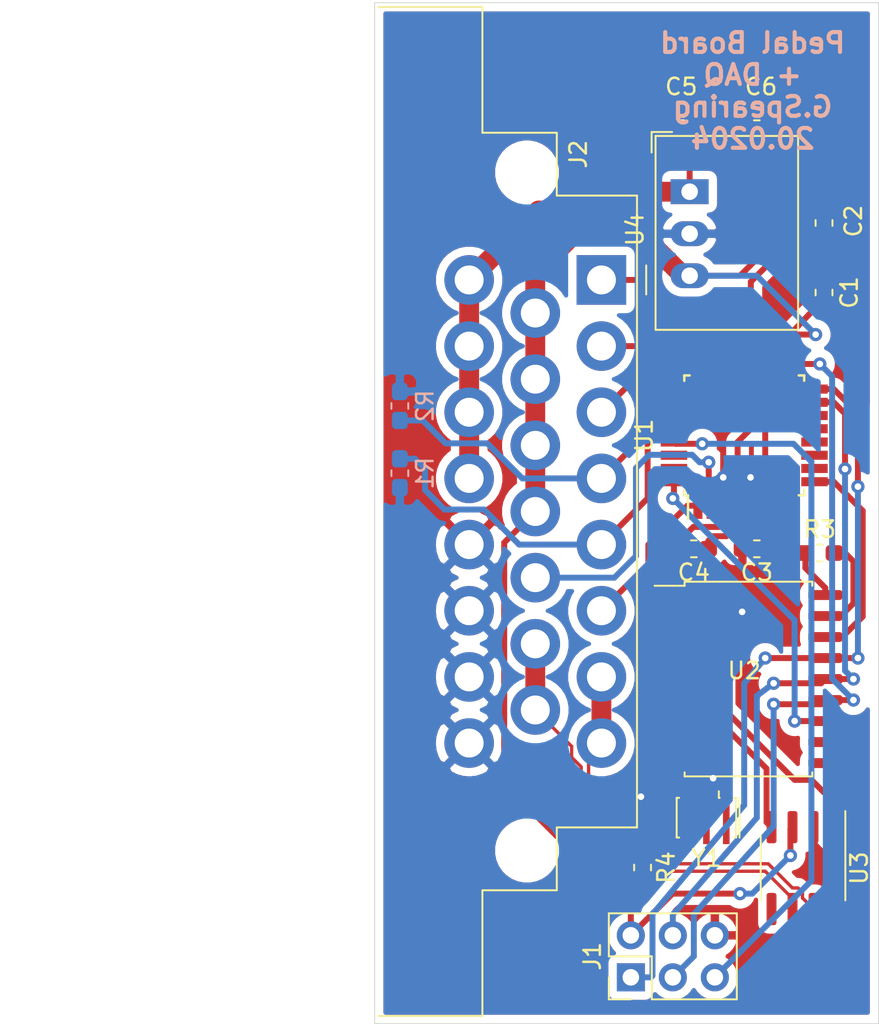
<source format=kicad_pcb>
(kicad_pcb (version 20171130) (host pcbnew 5.1.5-52549c5~84~ubuntu18.04.1)

  (general
    (thickness 1.6)
    (drawings 6)
    (tracks 263)
    (zones 0)
    (modules 17)
    (nets 25)
  )

  (page A4)
  (layers
    (0 F.Cu signal)
    (31 B.Cu signal)
    (32 B.Adhes user)
    (33 F.Adhes user)
    (34 B.Paste user)
    (35 F.Paste user)
    (36 B.SilkS user)
    (37 F.SilkS user)
    (38 B.Mask user)
    (39 F.Mask user)
    (40 Dwgs.User user)
    (41 Cmts.User user)
    (42 Eco1.User user)
    (43 Eco2.User user)
    (44 Edge.Cuts user)
    (45 Margin user)
    (46 B.CrtYd user)
    (47 F.CrtYd user)
    (48 B.Fab user)
    (49 F.Fab user hide)
  )

  (setup
    (last_trace_width 0.25)
    (user_trace_width 0.2)
    (user_trace_width 0.25)
    (user_trace_width 0.36)
    (user_trace_width 0.65)
    (user_trace_width 1.2)
    (trace_clearance 0.2)
    (zone_clearance 0.508)
    (zone_45_only no)
    (trace_min 0.2)
    (via_size 0.8)
    (via_drill 0.4)
    (via_min_size 0.4)
    (via_min_drill 0.3)
    (uvia_size 0.3)
    (uvia_drill 0.1)
    (uvias_allowed no)
    (uvia_min_size 0.2)
    (uvia_min_drill 0.1)
    (edge_width 0.05)
    (segment_width 0.2)
    (pcb_text_width 0.3)
    (pcb_text_size 1.5 1.5)
    (mod_edge_width 0.12)
    (mod_text_size 1 1)
    (mod_text_width 0.15)
    (pad_size 1.524 1.524)
    (pad_drill 0.762)
    (pad_to_mask_clearance 0.051)
    (solder_mask_min_width 0.25)
    (aux_axis_origin 0 0)
    (visible_elements 7FFFFFFF)
    (pcbplotparams
      (layerselection 0x010fc_ffffffff)
      (usegerberextensions false)
      (usegerberattributes false)
      (usegerberadvancedattributes false)
      (creategerberjobfile false)
      (excludeedgelayer true)
      (linewidth 0.100000)
      (plotframeref false)
      (viasonmask false)
      (mode 1)
      (useauxorigin false)
      (hpglpennumber 1)
      (hpglpenspeed 20)
      (hpglpendiameter 15.000000)
      (psnegative false)
      (psa4output false)
      (plotreference true)
      (plotvalue true)
      (plotinvisibletext false)
      (padsonsilk false)
      (subtractmaskfromsilk false)
      (outputformat 1)
      (mirror false)
      (drillshape 0)
      (scaleselection 1)
      (outputdirectory "Pedal_Gerber/"))
  )

  (net 0 "")
  (net 1 GND)
  (net 2 "Net-(C2-Pad1)")
  (net 3 +5V)
  (net 4 +12V)
  (net 5 /RESET)
  (net 6 /MOSI)
  (net 7 /SCK)
  (net 8 /MISO)
  (net 9 /ACC0)
  (net 10 /ACC1)
  (net 11 "Net-(R3-Pad2)")
  (net 12 /CAN_INT)
  (net 13 /CAN_CS)
  (net 14 "Net-(U2-Pad8)")
  (net 15 "Net-(U2-Pad7)")
  (net 16 /RXCAN)
  (net 17 /TXCAN)
  (net 18 /BRAKE1)
  (net 19 /STEER)
  (net 20 /BRAKE0)
  (net 21 /SENSOR_2)
  (net 22 /SENSOR_1)
  (net 23 /CAN-)
  (net 24 /CAN+)

  (net_class Default "This is the default net class."
    (clearance 0.2)
    (trace_width 0.25)
    (via_dia 0.8)
    (via_drill 0.4)
    (uvia_dia 0.3)
    (uvia_drill 0.1)
    (add_net +12V)
    (add_net +5V)
    (add_net /ACC0)
    (add_net /ACC1)
    (add_net /BRAKE0)
    (add_net /BRAKE1)
    (add_net /CAN+)
    (add_net /CAN-)
    (add_net /CAN_CS)
    (add_net /CAN_INT)
    (add_net /MISO)
    (add_net /MOSI)
    (add_net /RESET)
    (add_net /RXCAN)
    (add_net /SCK)
    (add_net /SENSOR_1)
    (add_net /SENSOR_2)
    (add_net /STEER)
    (add_net /TXCAN)
    (add_net GND)
    (add_net "Net-(C2-Pad1)")
    (add_net "Net-(R3-Pad2)")
    (add_net "Net-(U2-Pad7)")
    (add_net "Net-(U2-Pad8)")
  )

  (module AERO-footprints:TE_1-776087-1 (layer F.Cu) (tedit 5E42DA36) (tstamp 5E3CC415)
    (at 96.012 68.326 270)
    (descr Connector)
    (tags "TE 1-776087-1")
    (path /5E419ADB)
    (fp_text reference J2 (at -7.6 1.4 90) (layer F.SilkS)
      (effects (font (size 1 1) (thickness 0.15)))
    )
    (fp_text value Conn_01x23 (at 30 11 90) (layer F.Fab)
      (effects (font (size 1 1) (thickness 0.15)))
    )
    (fp_line (start -16.4 16.55) (end 44.4 16.55) (layer F.Fab) (width 0.1))
    (fp_line (start -15.9 13.5) (end 43.9 13.5) (layer F.Fab) (width 0.1))
    (fp_text user "PCB Edge" (at 14.4 13.55 90) (layer Dwgs.User)
      (effects (font (size 1 1) (thickness 0.15)))
    )
    (fp_line (start 0.5 -2.05) (end 33 -2.05) (layer F.Fab) (width 0.1))
    (fp_line (start -0.5 -2.05) (end -5 -2.05) (layer F.Fab) (width 0.1))
    (fp_line (start 0 -1.55) (end -0.5 -2.05) (layer F.Fab) (width 0.1))
    (fp_line (start 0 -1.55) (end 0.5 -2.05) (layer F.Fab) (width 0.1))
    (fp_line (start -0.875 -2.7077) (end 0.875 -2.7077) (layer F.SilkS) (width 0.12))
    (fp_line (start -16.9 17.05) (end -8.2 17.05) (layer F.CrtYd) (width 0.05))
    (fp_line (start -8.2 17.05) (end -8.2 36.35) (layer F.CrtYd) (width 0.05))
    (fp_line (start -8.2 36.35) (end 36.2 36.35) (layer F.CrtYd) (width 0.05))
    (fp_line (start 36.2 36.35) (end 36.2 17.05) (layer F.CrtYd) (width 0.05))
    (fp_line (start 36.2 17.05) (end 44.9 17.05) (layer F.CrtYd) (width 0.05))
    (fp_line (start -16.9 6.8) (end -9.3 6.8) (layer F.CrtYd) (width 0.05))
    (fp_line (start -9.3 6.8) (end -9.3 2.3) (layer F.CrtYd) (width 0.05))
    (fp_line (start -9.3 2.3) (end -5.5 2.3) (layer F.CrtYd) (width 0.05))
    (fp_line (start -5.5 2.3) (end -5.5 -2.55) (layer F.CrtYd) (width 0.05))
    (fp_line (start 33.5 -2.55) (end 33.5 2.3) (layer F.CrtYd) (width 0.05))
    (fp_line (start 33.5 2.3) (end 37.3 2.3) (layer F.CrtYd) (width 0.05))
    (fp_line (start 37.3 2.3) (end 37.3 6.8) (layer F.CrtYd) (width 0.05))
    (fp_line (start 37.3 6.8) (end 44.9 6.8) (layer F.CrtYd) (width 0.05))
    (fp_line (start -7.7 16.55) (end -7.7 35.85) (layer F.Fab) (width 0.1))
    (fp_line (start -7.7 35.85) (end 35.7 35.85) (layer F.Fab) (width 0.1))
    (fp_line (start 35.7 35.85) (end 35.7 16.55) (layer F.Fab) (width 0.1))
    (fp_line (start -16.5 13.5) (end -16.5 7.2) (layer F.SilkS) (width 0.12))
    (fp_line (start -16.5 7.2) (end -8.9 7.2) (layer F.SilkS) (width 0.12))
    (fp_line (start -8.9 7.2) (end -8.9 2.7) (layer F.SilkS) (width 0.12))
    (fp_line (start -8.9 2.7) (end -5.1 2.7) (layer F.SilkS) (width 0.12))
    (fp_line (start -5.1 2.7) (end -5.1 -2.15) (layer F.SilkS) (width 0.12))
    (fp_line (start -5.1 -2.15) (end 33.1 -2.15) (layer F.SilkS) (width 0.12))
    (fp_line (start 33.1 -2.15) (end 33.1 2.7) (layer F.SilkS) (width 0.12))
    (fp_line (start 33.1 2.7) (end 36.9 2.7) (layer F.SilkS) (width 0.12))
    (fp_line (start 36.9 2.7) (end 36.9 7.2) (layer F.SilkS) (width 0.12))
    (fp_line (start 36.9 7.2) (end 44.5 7.2) (layer F.SilkS) (width 0.12))
    (fp_line (start 44.5 7.2) (end 44.5 13.5) (layer F.SilkS) (width 0.12))
    (fp_line (start 33 -2.05) (end 33 2.8) (layer F.Fab) (width 0.1))
    (fp_line (start 33 2.8) (end 36.8 2.8) (layer F.Fab) (width 0.1))
    (fp_line (start 36.8 2.8) (end 36.8 7.3) (layer F.Fab) (width 0.1))
    (fp_line (start 36.8 7.3) (end 44.4 7.3) (layer F.Fab) (width 0.1))
    (fp_line (start -8.8 7.3) (end -16.4 7.3) (layer F.Fab) (width 0.1))
    (fp_line (start -8.8 2.8) (end -8.8 7.3) (layer F.Fab) (width 0.1))
    (fp_line (start -5 -2.05) (end -5 2.8) (layer F.Fab) (width 0.1))
    (fp_line (start -8.8 2.8) (end -5 2.8) (layer F.Fab) (width 0.1))
    (fp_line (start -16.4 16.55) (end -16.4 7.3) (layer F.Fab) (width 0.1))
    (fp_line (start 44.4 7.3) (end 44.4 16.55) (layer F.Fab) (width 0.1))
    (fp_text user %R (at 14 4 90) (layer F.Fab)
      (effects (font (size 1 1) (thickness 0.15)))
    )
    (fp_line (start -5.5 -2.55) (end 33.5 -2.55) (layer F.CrtYd) (width 0.05))
    (fp_line (start 44.9 6.8) (end 44.9 17.05) (layer F.CrtYd) (width 0.05))
    (fp_line (start -16.9 17.05) (end -16.9 6.8) (layer F.CrtYd) (width 0.05))
    (fp_text user "Panel Edge" (at 14 16.55 90) (layer Dwgs.User)
      (effects (font (size 1 1) (thickness 0.15)))
    )
    (pad 1 thru_hole rect (at 0 0 270) (size 3 3) (drill 1.75) (layers *.Cu *.Mask)
      (net 19 /STEER))
    (pad 2 thru_hole circle (at 4 0 270) (size 3 3) (drill 1.75) (layers *.Cu *.Mask)
      (net 20 /BRAKE0))
    (pad 3 thru_hole circle (at 8 0 270) (size 3 3) (drill 1.75) (layers *.Cu *.Mask)
      (net 18 /BRAKE1))
    (pad "" np_thru_hole circle (at -6.5 4.5 270) (size 2.85 2.85) (drill 2.85) (layers *.Cu))
    (pad "" np_thru_hole circle (at 34.5 4.5 270) (size 2.85 2.85) (drill 2.85) (layers *.Cu))
    (pad 4 thru_hole circle (at 12 0 270) (size 3 3) (drill 1.75) (layers *.Cu *.Mask)
      (net 10 /ACC1))
    (pad 5 thru_hole circle (at 16 0 270) (size 3 3) (drill 1.75) (layers *.Cu *.Mask)
      (net 9 /ACC0))
    (pad 6 thru_hole circle (at 20 0 270) (size 3 3) (drill 1.75) (layers *.Cu *.Mask)
      (net 22 /SENSOR_1))
    (pad 7 thru_hole circle (at 24 0 270) (size 3 3) (drill 1.75) (layers *.Cu *.Mask)
      (net 24 /CAN+))
    (pad 8 thru_hole circle (at 28 0 270) (size 3 3) (drill 1.75) (layers *.Cu *.Mask)
      (net 24 /CAN+))
    (pad 9 thru_hole circle (at 2 4 270) (size 3 3) (drill 1.75) (layers *.Cu *.Mask)
      (net 3 +5V))
    (pad 10 thru_hole circle (at 6 4 270) (size 3 3) (drill 1.75) (layers *.Cu *.Mask)
      (net 3 +5V))
    (pad 11 thru_hole circle (at 10 4 270) (size 3 3) (drill 1.75) (layers *.Cu *.Mask)
      (net 3 +5V))
    (pad 12 thru_hole circle (at 14 4 270) (size 3 3) (drill 1.75) (layers *.Cu *.Mask)
      (net 3 +5V))
    (pad 13 thru_hole circle (at 18 4 270) (size 3 3) (drill 1.75) (layers *.Cu *.Mask)
      (net 21 /SENSOR_2))
    (pad 14 thru_hole circle (at 22 4 270) (size 3 3) (drill 1.75) (layers *.Cu *.Mask)
      (net 23 /CAN-))
    (pad 15 thru_hole circle (at 26 4 270) (size 3 3) (drill 1.75) (layers *.Cu *.Mask)
      (net 23 /CAN-))
    (pad 16 thru_hole circle (at 0 8 270) (size 3 3) (drill 1.75) (layers *.Cu *.Mask)
      (net 4 +12V))
    (pad 17 thru_hole circle (at 4 8 270) (size 3 3) (drill 1.75) (layers *.Cu *.Mask)
      (net 4 +12V))
    (pad 18 thru_hole circle (at 8 8 270) (size 3 3) (drill 1.75) (layers *.Cu *.Mask)
      (net 4 +12V))
    (pad 19 thru_hole circle (at 12 8 270) (size 3 3) (drill 1.75) (layers *.Cu *.Mask)
      (net 4 +12V))
    (pad 20 thru_hole circle (at 16 8 270) (size 3 3) (drill 1.75) (layers *.Cu *.Mask)
      (net 1 GND))
    (pad 21 thru_hole circle (at 20 8 270) (size 3 3) (drill 1.75) (layers *.Cu *.Mask)
      (net 1 GND))
    (pad 22 thru_hole circle (at 24 8 270) (size 3 3) (drill 1.75) (layers *.Cu *.Mask)
      (net 1 GND))
    (pad 23 thru_hole circle (at 28 8 270) (size 3 3) (drill 1.75) (layers *.Cu *.Mask)
      (net 1 GND))
    (model ${AERO_3D}/c-1-776087-1-l-3d.STEP
      (offset (xyz 13.97 -35.7886 10.9982))
      (scale (xyz 1 1 1))
      (rotate (xyz -90 0 0))
    )
  )

  (module Resistor_SMD:R_0603_1608Metric_Pad1.05x0.95mm_HandSolder (layer F.Cu) (tedit 5B301BBD) (tstamp 5E3954CD)
    (at 109.22 84.836)
    (descr "Resistor SMD 0603 (1608 Metric), square (rectangular) end terminal, IPC_7351 nominal with elongated pad for handsoldering. (Body size source: http://www.tortai-tech.com/upload/download/2011102023233369053.pdf), generated with kicad-footprint-generator")
    (tags "resistor handsolder")
    (path /5E3A7D6D)
    (attr smd)
    (fp_text reference R3 (at 0 -1.43) (layer F.SilkS)
      (effects (font (size 1 1) (thickness 0.15)))
    )
    (fp_text value 10k (at 0 1.43) (layer F.Fab)
      (effects (font (size 1 1) (thickness 0.15)))
    )
    (fp_text user %R (at 0 0) (layer F.Fab)
      (effects (font (size 0.4 0.4) (thickness 0.06)))
    )
    (fp_line (start 1.65 0.73) (end -1.65 0.73) (layer F.CrtYd) (width 0.05))
    (fp_line (start 1.65 -0.73) (end 1.65 0.73) (layer F.CrtYd) (width 0.05))
    (fp_line (start -1.65 -0.73) (end 1.65 -0.73) (layer F.CrtYd) (width 0.05))
    (fp_line (start -1.65 0.73) (end -1.65 -0.73) (layer F.CrtYd) (width 0.05))
    (fp_line (start -0.171267 0.51) (end 0.171267 0.51) (layer F.SilkS) (width 0.12))
    (fp_line (start -0.171267 -0.51) (end 0.171267 -0.51) (layer F.SilkS) (width 0.12))
    (fp_line (start 0.8 0.4) (end -0.8 0.4) (layer F.Fab) (width 0.1))
    (fp_line (start 0.8 -0.4) (end 0.8 0.4) (layer F.Fab) (width 0.1))
    (fp_line (start -0.8 -0.4) (end 0.8 -0.4) (layer F.Fab) (width 0.1))
    (fp_line (start -0.8 0.4) (end -0.8 -0.4) (layer F.Fab) (width 0.1))
    (pad 2 smd roundrect (at 0.875 0) (size 1.05 0.95) (layers F.Cu F.Paste F.Mask) (roundrect_rratio 0.25)
      (net 11 "Net-(R3-Pad2)"))
    (pad 1 smd roundrect (at -0.875 0) (size 1.05 0.95) (layers F.Cu F.Paste F.Mask) (roundrect_rratio 0.25)
      (net 3 +5V))
    (model ${KISYS3DMOD}/Resistor_SMD.3dshapes/R_0603_1608Metric.wrl
      (at (xyz 0 0 0))
      (scale (xyz 1 1 1))
      (rotate (xyz 0 0 0))
    )
  )

  (module Resistor_SMD:R_0603_1608Metric_Pad1.05x0.95mm_HandSolder (layer F.Cu) (tedit 5B301BBD) (tstamp 5E398A57)
    (at 98.5 103.85 270)
    (descr "Resistor SMD 0603 (1608 Metric), square (rectangular) end terminal, IPC_7351 nominal with elongated pad for handsoldering. (Body size source: http://www.tortai-tech.com/upload/download/2011102023233369053.pdf), generated with kicad-footprint-generator")
    (tags "resistor handsolder")
    (path /5E3AF9C1)
    (attr smd)
    (fp_text reference R4 (at 0 -1.43 90) (layer F.SilkS)
      (effects (font (size 1 1) (thickness 0.15)))
    )
    (fp_text value 120 (at 0 1.43 90) (layer F.Fab)
      (effects (font (size 1 1) (thickness 0.15)))
    )
    (fp_line (start -0.8 0.4) (end -0.8 -0.4) (layer F.Fab) (width 0.1))
    (fp_line (start -0.8 -0.4) (end 0.8 -0.4) (layer F.Fab) (width 0.1))
    (fp_line (start 0.8 -0.4) (end 0.8 0.4) (layer F.Fab) (width 0.1))
    (fp_line (start 0.8 0.4) (end -0.8 0.4) (layer F.Fab) (width 0.1))
    (fp_line (start -0.171267 -0.51) (end 0.171267 -0.51) (layer F.SilkS) (width 0.12))
    (fp_line (start -0.171267 0.51) (end 0.171267 0.51) (layer F.SilkS) (width 0.12))
    (fp_line (start -1.65 0.73) (end -1.65 -0.73) (layer F.CrtYd) (width 0.05))
    (fp_line (start -1.65 -0.73) (end 1.65 -0.73) (layer F.CrtYd) (width 0.05))
    (fp_line (start 1.65 -0.73) (end 1.65 0.73) (layer F.CrtYd) (width 0.05))
    (fp_line (start 1.65 0.73) (end -1.65 0.73) (layer F.CrtYd) (width 0.05))
    (fp_text user %R (at 0 0 90) (layer F.Fab)
      (effects (font (size 0.4 0.4) (thickness 0.06)))
    )
    (pad 1 smd roundrect (at -0.875 0 270) (size 1.05 0.95) (layers F.Cu F.Paste F.Mask) (roundrect_rratio 0.25)
      (net 24 /CAN+))
    (pad 2 smd roundrect (at 0.875 0 270) (size 1.05 0.95) (layers F.Cu F.Paste F.Mask) (roundrect_rratio 0.25)
      (net 23 /CAN-))
    (model ${KISYS3DMOD}/Resistor_SMD.3dshapes/R_0603_1608Metric.wrl
      (at (xyz 0 0 0))
      (scale (xyz 1 1 1))
      (rotate (xyz 0 0 0))
    )
  )

  (module Resistor_SMD:R_0603_1608Metric_Pad1.05x0.95mm_HandSolder (layer B.Cu) (tedit 5B301BBD) (tstamp 5E398BEA)
    (at 83.82 75.946 90)
    (descr "Resistor SMD 0603 (1608 Metric), square (rectangular) end terminal, IPC_7351 nominal with elongated pad for handsoldering. (Body size source: http://www.tortai-tech.com/upload/download/2011102023233369053.pdf), generated with kicad-footprint-generator")
    (tags "resistor handsolder")
    (path /5E3C800A)
    (attr smd)
    (fp_text reference R2 (at 0 1.524 270) (layer B.SilkS)
      (effects (font (size 1 1) (thickness 0.15)) (justify mirror))
    )
    (fp_text value 100k (at 0 -1.43 270) (layer B.Fab)
      (effects (font (size 1 1) (thickness 0.15)) (justify mirror))
    )
    (fp_text user %R (at 0 0 270) (layer B.Fab)
      (effects (font (size 0.4 0.4) (thickness 0.06)) (justify mirror))
    )
    (fp_line (start 1.65 -0.73) (end -1.65 -0.73) (layer B.CrtYd) (width 0.05))
    (fp_line (start 1.65 0.73) (end 1.65 -0.73) (layer B.CrtYd) (width 0.05))
    (fp_line (start -1.65 0.73) (end 1.65 0.73) (layer B.CrtYd) (width 0.05))
    (fp_line (start -1.65 -0.73) (end -1.65 0.73) (layer B.CrtYd) (width 0.05))
    (fp_line (start -0.171267 -0.51) (end 0.171267 -0.51) (layer B.SilkS) (width 0.12))
    (fp_line (start -0.171267 0.51) (end 0.171267 0.51) (layer B.SilkS) (width 0.12))
    (fp_line (start 0.8 -0.4) (end -0.8 -0.4) (layer B.Fab) (width 0.1))
    (fp_line (start 0.8 0.4) (end 0.8 -0.4) (layer B.Fab) (width 0.1))
    (fp_line (start -0.8 0.4) (end 0.8 0.4) (layer B.Fab) (width 0.1))
    (fp_line (start -0.8 -0.4) (end -0.8 0.4) (layer B.Fab) (width 0.1))
    (pad 2 smd roundrect (at 0.875 0 90) (size 1.05 0.95) (layers B.Cu B.Paste B.Mask) (roundrect_rratio 0.25)
      (net 1 GND))
    (pad 1 smd roundrect (at -0.875 0 90) (size 1.05 0.95) (layers B.Cu B.Paste B.Mask) (roundrect_rratio 0.25)
      (net 10 /ACC1))
    (model ${KISYS3DMOD}/Resistor_SMD.3dshapes/R_0603_1608Metric.wrl
      (at (xyz 0 0 0))
      (scale (xyz 1 1 1))
      (rotate (xyz 0 0 0))
    )
  )

  (module Resistor_SMD:R_0603_1608Metric_Pad1.05x0.95mm_HandSolder (layer B.Cu) (tedit 5B301BBD) (tstamp 5E387991)
    (at 83.82 80.01 270)
    (descr "Resistor SMD 0603 (1608 Metric), square (rectangular) end terminal, IPC_7351 nominal with elongated pad for handsoldering. (Body size source: http://www.tortai-tech.com/upload/download/2011102023233369053.pdf), generated with kicad-footprint-generator")
    (tags "resistor handsolder")
    (path /5E3C6F00)
    (attr smd)
    (fp_text reference R1 (at 0 -1.524 270) (layer B.SilkS)
      (effects (font (size 1 1) (thickness 0.15)) (justify mirror))
    )
    (fp_text value 100k (at 0 -1.43 270) (layer B.Fab)
      (effects (font (size 1 1) (thickness 0.15)) (justify mirror))
    )
    (fp_text user %R (at 0 0 90) (layer B.Fab)
      (effects (font (size 0.4 0.4) (thickness 0.06)) (justify mirror))
    )
    (fp_line (start 1.65 -0.73) (end -1.65 -0.73) (layer B.CrtYd) (width 0.05))
    (fp_line (start 1.65 0.73) (end 1.65 -0.73) (layer B.CrtYd) (width 0.05))
    (fp_line (start -1.65 0.73) (end 1.65 0.73) (layer B.CrtYd) (width 0.05))
    (fp_line (start -1.65 -0.73) (end -1.65 0.73) (layer B.CrtYd) (width 0.05))
    (fp_line (start -0.171267 -0.51) (end 0.171267 -0.51) (layer B.SilkS) (width 0.12))
    (fp_line (start -0.171267 0.51) (end 0.171267 0.51) (layer B.SilkS) (width 0.12))
    (fp_line (start 0.8 -0.4) (end -0.8 -0.4) (layer B.Fab) (width 0.1))
    (fp_line (start 0.8 0.4) (end 0.8 -0.4) (layer B.Fab) (width 0.1))
    (fp_line (start -0.8 0.4) (end 0.8 0.4) (layer B.Fab) (width 0.1))
    (fp_line (start -0.8 -0.4) (end -0.8 0.4) (layer B.Fab) (width 0.1))
    (pad 2 smd roundrect (at 0.875 0 270) (size 1.05 0.95) (layers B.Cu B.Paste B.Mask) (roundrect_rratio 0.25)
      (net 1 GND))
    (pad 1 smd roundrect (at -0.875 0 270) (size 1.05 0.95) (layers B.Cu B.Paste B.Mask) (roundrect_rratio 0.25)
      (net 9 /ACC0))
    (model ${KISYS3DMOD}/Resistor_SMD.3dshapes/R_0603_1608Metric.wrl
      (at (xyz 0 0 0))
      (scale (xyz 1 1 1))
      (rotate (xyz 0 0 0))
    )
  )

  (module Crystal:Resonator_SMD_muRata_CSTxExxV-3Pin_3.0x1.1mm_HandSoldering (layer F.Cu) (tedit 5AD3593B) (tstamp 5E392369)
    (at 102.362 100.838 180)
    (descr "SMD Resomator/Filter Murata CSTCE, https://www.murata.com/en-eu/products/productdata/8801162264606/SPEC-CSTNE16M0VH3C000R0.pdf")
    (tags "SMD SMT ceramic resonator filter")
    (path /5E390803)
    (attr smd)
    (fp_text reference Y1 (at 0 -2.45) (layer F.SilkS)
      (effects (font (size 1 1) (thickness 0.15)))
    )
    (fp_text value 16MHz (at 0 1.8) (layer F.Fab)
      (effects (font (size 0.2 0.2) (thickness 0.03)))
    )
    (fp_line (start 1.8 -1.2) (end 1.65 -1.2) (layer F.SilkS) (width 0.12))
    (fp_line (start 1.8 1.2) (end 1.65 1.2) (layer F.SilkS) (width 0.12))
    (fp_line (start -0.75 1.2) (end -0.8 1.2) (layer F.SilkS) (width 0.12))
    (fp_line (start -1.8 1.2) (end -1.65 1.2) (layer F.SilkS) (width 0.12))
    (fp_line (start -1.8 -1.2) (end -1.65 -1.2) (layer F.SilkS) (width 0.12))
    (fp_line (start -1.75 1.85) (end -1.75 -1.85) (layer F.CrtYd) (width 0.05))
    (fp_line (start 1.75 -1.85) (end 1.75 1.85) (layer F.CrtYd) (width 0.05))
    (fp_line (start -1.75 -1.85) (end 1.75 -1.85) (layer F.CrtYd) (width 0.05))
    (fp_line (start 1.75 1.85) (end -1.75 1.85) (layer F.CrtYd) (width 0.05))
    (fp_line (start -1.5 0.3) (end -1.5 -0.8) (layer F.Fab) (width 0.1))
    (fp_line (start -1 0.8) (end 1.5 0.8) (layer F.Fab) (width 0.1))
    (fp_line (start -1 0.8) (end -1.5 0.3) (layer F.Fab) (width 0.1))
    (fp_line (start 1.5 -0.8) (end -1.5 -0.8) (layer F.Fab) (width 0.1))
    (fp_line (start 1.5 0.8) (end 1.5 -0.8) (layer F.Fab) (width 0.1))
    (fp_line (start -2 0.8) (end -2 1.2) (layer F.SilkS) (width 0.12))
    (fp_line (start -1.8 0.8) (end -1.8 1.2) (layer F.SilkS) (width 0.12))
    (fp_line (start 1.8 0.8) (end 1.8 1.2) (layer F.SilkS) (width 0.12))
    (fp_line (start -2 -1.2) (end -2 0.8) (layer F.SilkS) (width 0.12))
    (fp_line (start -0.75 1.2) (end -0.75 1.6) (layer F.SilkS) (width 0.12))
    (fp_line (start -1.8 0.8) (end -1.8 -1.2) (layer F.SilkS) (width 0.12))
    (fp_line (start 1.8 -1.2) (end 1.8 0.8) (layer F.SilkS) (width 0.12))
    (fp_text user %R (at 0.1 -0.05) (layer F.Fab)
      (effects (font (size 0.6 0.6) (thickness 0.08)))
    )
    (pad 3 smd rect (at 1.2 0 180) (size 0.4 3.2) (layers F.Cu F.Paste F.Mask)
      (net 14 "Net-(U2-Pad8)"))
    (pad 2 smd rect (at 0 0 180) (size 0.4 3.2) (layers F.Cu F.Paste F.Mask)
      (net 1 GND))
    (pad 1 smd rect (at -1.2 0 180) (size 0.4 3.2) (layers F.Cu F.Paste F.Mask)
      (net 15 "Net-(U2-Pad7)"))
    (model ${KISYS3DMOD}/Crystal.3dshapes/Resonator_SMD_muRata_CSTxExxV-3Pin_3.0x1.1mm.wrl
      (at (xyz 0 0 0))
      (scale (xyz 1 1 1))
      (rotate (xyz 0 0 0))
    )
  )

  (module Converter_DCDC:Converter_DCDC_RECOM_R-78E-0.5_THT (layer F.Cu) (tedit 5B741BB0) (tstamp 5E387A44)
    (at 101.346 62.992 270)
    (descr "DCDC-Converter, RECOM, RECOM_R-78E-0.5, SIP-3, pitch 2.54mm, package size 11.6x8.5x10.4mm^3, https://www.recom-power.com/pdf/Innoline/R-78Exx-0.5.pdf")
    (tags "dc-dc recom buck sip-3 pitch 2.54mm")
    (path /5E387DA7)
    (fp_text reference U4 (at 2.286 3.302 90) (layer F.SilkS)
      (effects (font (size 1 1) (thickness 0.15)))
    )
    (fp_text value R-785.0-1.0 (at 2.54 3 90) (layer F.Fab)
      (effects (font (size 1 1) (thickness 0.15)))
    )
    (fp_text user %R (at 2.54 -2.25 90) (layer F.Fab)
      (effects (font (size 1 1) (thickness 0.15)))
    )
    (fp_line (start 8.54 -6.75) (end -3.57 -6.75) (layer F.CrtYd) (width 0.05))
    (fp_line (start 8.54 2.25) (end 8.54 -6.75) (layer F.CrtYd) (width 0.05))
    (fp_line (start -3.57 2.25) (end 8.54 2.25) (layer F.CrtYd) (width 0.05))
    (fp_line (start -3.57 -6.75) (end -3.57 2.25) (layer F.CrtYd) (width 0.05))
    (fp_line (start -3.611 2.3) (end -2.371 2.3) (layer F.SilkS) (width 0.12))
    (fp_line (start -3.611 1.06) (end -3.611 2.3) (layer F.SilkS) (width 0.12))
    (fp_line (start 8.35 -6.56) (end 8.35 2.06) (layer F.SilkS) (width 0.12))
    (fp_line (start -3.371 -6.56) (end -3.371 2.06) (layer F.SilkS) (width 0.12))
    (fp_line (start -3.371 2.06) (end 8.35 2.06) (layer F.SilkS) (width 0.12))
    (fp_line (start -3.371 -6.56) (end 8.35 -6.56) (layer F.SilkS) (width 0.12))
    (fp_line (start -3.31 1) (end -3.31 -6.5) (layer F.Fab) (width 0.1))
    (fp_line (start -2.31 2) (end -3.31 1) (layer F.Fab) (width 0.1))
    (fp_line (start 8.29 2) (end -2.31 2) (layer F.Fab) (width 0.1))
    (fp_line (start 8.29 -6.5) (end 8.29 2) (layer F.Fab) (width 0.1))
    (fp_line (start -3.31 -6.5) (end 8.29 -6.5) (layer F.Fab) (width 0.1))
    (pad 3 thru_hole oval (at 5.08 0 270) (size 1.5 2.3) (drill 1) (layers *.Cu *.Mask)
      (net 3 +5V))
    (pad 2 thru_hole oval (at 2.54 0 270) (size 1.5 2.3) (drill 1) (layers *.Cu *.Mask)
      (net 1 GND))
    (pad 1 thru_hole rect (at 0 0 270) (size 1.5 2.3) (drill 1) (layers *.Cu *.Mask)
      (net 4 +12V))
    (model ${KISYS3DMOD}/Converter_DCDC.3dshapes/Converter_DCDC_RECOM_R-78E-0.5_THT.wrl
      (at (xyz 0 0 0))
      (scale (xyz 1 1 1))
      (rotate (xyz 0 0 0))
    )
  )

  (module Package_SO:SOIC-8_3.9x4.9mm_P1.27mm (layer F.Cu) (tedit 5D9F72B1) (tstamp 5E398029)
    (at 108.204 103.886 270)
    (descr "SOIC, 8 Pin (JEDEC MS-012AA, https://www.analog.com/media/en/package-pcb-resources/package/pkg_pdf/soic_narrow-r/r_8.pdf), generated with kicad-footprint-generator ipc_gullwing_generator.py")
    (tags "SOIC SO")
    (path /5E391B78)
    (attr smd)
    (fp_text reference U3 (at 0 -3.4 90) (layer F.SilkS)
      (effects (font (size 1 1) (thickness 0.15)))
    )
    (fp_text value MCP2551-I-SN (at 0 3.4 90) (layer F.Fab)
      (effects (font (size 1 1) (thickness 0.15)))
    )
    (fp_text user %R (at 0 0 90) (layer F.Fab)
      (effects (font (size 0.98 0.98) (thickness 0.15)))
    )
    (fp_line (start 3.7 -2.7) (end -3.7 -2.7) (layer F.CrtYd) (width 0.05))
    (fp_line (start 3.7 2.7) (end 3.7 -2.7) (layer F.CrtYd) (width 0.05))
    (fp_line (start -3.7 2.7) (end 3.7 2.7) (layer F.CrtYd) (width 0.05))
    (fp_line (start -3.7 -2.7) (end -3.7 2.7) (layer F.CrtYd) (width 0.05))
    (fp_line (start -1.95 -1.475) (end -0.975 -2.45) (layer F.Fab) (width 0.1))
    (fp_line (start -1.95 2.45) (end -1.95 -1.475) (layer F.Fab) (width 0.1))
    (fp_line (start 1.95 2.45) (end -1.95 2.45) (layer F.Fab) (width 0.1))
    (fp_line (start 1.95 -2.45) (end 1.95 2.45) (layer F.Fab) (width 0.1))
    (fp_line (start -0.975 -2.45) (end 1.95 -2.45) (layer F.Fab) (width 0.1))
    (fp_line (start 0 -2.56) (end -3.45 -2.56) (layer F.SilkS) (width 0.12))
    (fp_line (start 0 -2.56) (end 1.95 -2.56) (layer F.SilkS) (width 0.12))
    (fp_line (start 0 2.56) (end -1.95 2.56) (layer F.SilkS) (width 0.12))
    (fp_line (start 0 2.56) (end 1.95 2.56) (layer F.SilkS) (width 0.12))
    (pad 8 smd roundrect (at 2.475 -1.905 270) (size 1.95 0.6) (layers F.Cu F.Paste F.Mask) (roundrect_rratio 0.25)
      (net 1 GND))
    (pad 7 smd roundrect (at 2.475 -0.635 270) (size 1.95 0.6) (layers F.Cu F.Paste F.Mask) (roundrect_rratio 0.25)
      (net 24 /CAN+))
    (pad 6 smd roundrect (at 2.475 0.635 270) (size 1.95 0.6) (layers F.Cu F.Paste F.Mask) (roundrect_rratio 0.25)
      (net 23 /CAN-))
    (pad 5 smd roundrect (at 2.475 1.905 270) (size 1.95 0.6) (layers F.Cu F.Paste F.Mask) (roundrect_rratio 0.25))
    (pad 4 smd roundrect (at -2.475 1.905 270) (size 1.95 0.6) (layers F.Cu F.Paste F.Mask) (roundrect_rratio 0.25)
      (net 16 /RXCAN))
    (pad 3 smd roundrect (at -2.475 0.635 270) (size 1.95 0.6) (layers F.Cu F.Paste F.Mask) (roundrect_rratio 0.25)
      (net 3 +5V))
    (pad 2 smd roundrect (at -2.475 -0.635 270) (size 1.95 0.6) (layers F.Cu F.Paste F.Mask) (roundrect_rratio 0.25)
      (net 1 GND))
    (pad 1 smd roundrect (at -2.475 -1.905 270) (size 1.95 0.6) (layers F.Cu F.Paste F.Mask) (roundrect_rratio 0.25)
      (net 17 /TXCAN))
    (model ${KISYS3DMOD}/Package_SO.3dshapes/SOIC-8_3.9x4.9mm_P1.27mm.wrl
      (at (xyz 0 0 0))
      (scale (xyz 1 1 1))
      (rotate (xyz 0 0 0))
    )
  )

  (module Package_SO:SOIC-18W_7.5x11.6mm_P1.27mm (layer F.Cu) (tedit 5D9F72B1) (tstamp 5E390586)
    (at 104.902 92.456)
    (descr "SOIC, 18 Pin (JEDEC MS-013AB, https://www.analog.com/media/en/package-pcb-resources/package/33254132129439rw_18.pdf), generated with kicad-footprint-generator ipc_gullwing_generator.py")
    (tags "SOIC SO")
    (path /5E38FEF2)
    (attr smd)
    (fp_text reference U2 (at -0.254 -0.508) (layer F.SilkS)
      (effects (font (size 1 1) (thickness 0.15)))
    )
    (fp_text value MCP2515-xSO (at 0 6.72) (layer F.Fab)
      (effects (font (size 1 1) (thickness 0.15)))
    )
    (fp_text user %R (at 0 0) (layer F.Fab)
      (effects (font (size 1 1) (thickness 0.15)))
    )
    (fp_line (start 5.93 -6.02) (end -5.93 -6.02) (layer F.CrtYd) (width 0.05))
    (fp_line (start 5.93 6.02) (end 5.93 -6.02) (layer F.CrtYd) (width 0.05))
    (fp_line (start -5.93 6.02) (end 5.93 6.02) (layer F.CrtYd) (width 0.05))
    (fp_line (start -5.93 -6.02) (end -5.93 6.02) (layer F.CrtYd) (width 0.05))
    (fp_line (start -3.75 -4.775) (end -2.75 -5.775) (layer F.Fab) (width 0.1))
    (fp_line (start -3.75 5.775) (end -3.75 -4.775) (layer F.Fab) (width 0.1))
    (fp_line (start 3.75 5.775) (end -3.75 5.775) (layer F.Fab) (width 0.1))
    (fp_line (start 3.75 -5.775) (end 3.75 5.775) (layer F.Fab) (width 0.1))
    (fp_line (start -2.75 -5.775) (end 3.75 -5.775) (layer F.Fab) (width 0.1))
    (fp_line (start -3.86 -5.64) (end -5.675 -5.64) (layer F.SilkS) (width 0.12))
    (fp_line (start -3.86 -5.885) (end -3.86 -5.64) (layer F.SilkS) (width 0.12))
    (fp_line (start 0 -5.885) (end -3.86 -5.885) (layer F.SilkS) (width 0.12))
    (fp_line (start 3.86 -5.885) (end 3.86 -5.64) (layer F.SilkS) (width 0.12))
    (fp_line (start 0 -5.885) (end 3.86 -5.885) (layer F.SilkS) (width 0.12))
    (fp_line (start -3.86 5.885) (end -3.86 5.64) (layer F.SilkS) (width 0.12))
    (fp_line (start 0 5.885) (end -3.86 5.885) (layer F.SilkS) (width 0.12))
    (fp_line (start 3.86 5.885) (end 3.86 5.64) (layer F.SilkS) (width 0.12))
    (fp_line (start 0 5.885) (end 3.86 5.885) (layer F.SilkS) (width 0.12))
    (pad 18 smd roundrect (at 4.65 -5.08) (size 2.05 0.6) (layers F.Cu F.Paste F.Mask) (roundrect_rratio 0.25)
      (net 3 +5V))
    (pad 17 smd roundrect (at 4.65 -3.81) (size 2.05 0.6) (layers F.Cu F.Paste F.Mask) (roundrect_rratio 0.25)
      (net 11 "Net-(R3-Pad2)"))
    (pad 16 smd roundrect (at 4.65 -2.54) (size 2.05 0.6) (layers F.Cu F.Paste F.Mask) (roundrect_rratio 0.25)
      (net 13 /CAN_CS))
    (pad 15 smd roundrect (at 4.65 -1.27) (size 2.05 0.6) (layers F.Cu F.Paste F.Mask) (roundrect_rratio 0.25)
      (net 8 /MISO))
    (pad 14 smd roundrect (at 4.65 0) (size 2.05 0.6) (layers F.Cu F.Paste F.Mask) (roundrect_rratio 0.25)
      (net 6 /MOSI))
    (pad 13 smd roundrect (at 4.65 1.27) (size 2.05 0.6) (layers F.Cu F.Paste F.Mask) (roundrect_rratio 0.25)
      (net 7 /SCK))
    (pad 12 smd roundrect (at 4.65 2.54) (size 2.05 0.6) (layers F.Cu F.Paste F.Mask) (roundrect_rratio 0.25)
      (net 12 /CAN_INT))
    (pad 11 smd roundrect (at 4.65 3.81) (size 2.05 0.6) (layers F.Cu F.Paste F.Mask) (roundrect_rratio 0.25))
    (pad 10 smd roundrect (at 4.65 5.08) (size 2.05 0.6) (layers F.Cu F.Paste F.Mask) (roundrect_rratio 0.25))
    (pad 9 smd roundrect (at -4.65 5.08) (size 2.05 0.6) (layers F.Cu F.Paste F.Mask) (roundrect_rratio 0.25)
      (net 1 GND))
    (pad 8 smd roundrect (at -4.65 3.81) (size 2.05 0.6) (layers F.Cu F.Paste F.Mask) (roundrect_rratio 0.25)
      (net 14 "Net-(U2-Pad8)"))
    (pad 7 smd roundrect (at -4.65 2.54) (size 2.05 0.6) (layers F.Cu F.Paste F.Mask) (roundrect_rratio 0.25)
      (net 15 "Net-(U2-Pad7)"))
    (pad 6 smd roundrect (at -4.65 1.27) (size 2.05 0.6) (layers F.Cu F.Paste F.Mask) (roundrect_rratio 0.25))
    (pad 5 smd roundrect (at -4.65 0) (size 2.05 0.6) (layers F.Cu F.Paste F.Mask) (roundrect_rratio 0.25))
    (pad 4 smd roundrect (at -4.65 -1.27) (size 2.05 0.6) (layers F.Cu F.Paste F.Mask) (roundrect_rratio 0.25))
    (pad 3 smd roundrect (at -4.65 -2.54) (size 2.05 0.6) (layers F.Cu F.Paste F.Mask) (roundrect_rratio 0.25))
    (pad 2 smd roundrect (at -4.65 -3.81) (size 2.05 0.6) (layers F.Cu F.Paste F.Mask) (roundrect_rratio 0.25)
      (net 16 /RXCAN))
    (pad 1 smd roundrect (at -4.65 -5.08) (size 2.05 0.6) (layers F.Cu F.Paste F.Mask) (roundrect_rratio 0.25)
      (net 17 /TXCAN))
    (model ${KISYS3DMOD}/Package_SO.3dshapes/SOIC-18W_7.5x11.6mm_P1.27mm.wrl
      (at (xyz 0 0 0))
      (scale (xyz 1 1 1))
      (rotate (xyz 0 0 0))
    )
  )

  (module Package_QFP:TQFP-32_7x7mm_P0.8mm (layer F.Cu) (tedit 5A02F146) (tstamp 5E392C66)
    (at 104.648 77.724 90)
    (descr "32-Lead Plastic Thin Quad Flatpack (PT) - 7x7x1.0 mm Body, 2.00 mm [TQFP] (see Microchip Packaging Specification 00000049BS.pdf)")
    (tags "QFP 0.8")
    (path /5E386332)
    (attr smd)
    (fp_text reference U1 (at 0 -6.05 90) (layer F.SilkS)
      (effects (font (size 1 1) (thickness 0.15)))
    )
    (fp_text value ATmega328P-AU (at 0 6.05 90) (layer F.Fab)
      (effects (font (size 1 1) (thickness 0.15)))
    )
    (fp_line (start -3.625 -3.4) (end -5.05 -3.4) (layer F.SilkS) (width 0.15))
    (fp_line (start 3.625 -3.625) (end 3.3 -3.625) (layer F.SilkS) (width 0.15))
    (fp_line (start 3.625 3.625) (end 3.3 3.625) (layer F.SilkS) (width 0.15))
    (fp_line (start -3.625 3.625) (end -3.3 3.625) (layer F.SilkS) (width 0.15))
    (fp_line (start -3.625 -3.625) (end -3.3 -3.625) (layer F.SilkS) (width 0.15))
    (fp_line (start -3.625 3.625) (end -3.625 3.3) (layer F.SilkS) (width 0.15))
    (fp_line (start 3.625 3.625) (end 3.625 3.3) (layer F.SilkS) (width 0.15))
    (fp_line (start 3.625 -3.625) (end 3.625 -3.3) (layer F.SilkS) (width 0.15))
    (fp_line (start -3.625 -3.625) (end -3.625 -3.4) (layer F.SilkS) (width 0.15))
    (fp_line (start -5.3 5.3) (end 5.3 5.3) (layer F.CrtYd) (width 0.05))
    (fp_line (start -5.3 -5.3) (end 5.3 -5.3) (layer F.CrtYd) (width 0.05))
    (fp_line (start 5.3 -5.3) (end 5.3 5.3) (layer F.CrtYd) (width 0.05))
    (fp_line (start -5.3 -5.3) (end -5.3 5.3) (layer F.CrtYd) (width 0.05))
    (fp_line (start -3.5 -2.5) (end -2.5 -3.5) (layer F.Fab) (width 0.15))
    (fp_line (start -3.5 3.5) (end -3.5 -2.5) (layer F.Fab) (width 0.15))
    (fp_line (start 3.5 3.5) (end -3.5 3.5) (layer F.Fab) (width 0.15))
    (fp_line (start 3.5 -3.5) (end 3.5 3.5) (layer F.Fab) (width 0.15))
    (fp_line (start -2.5 -3.5) (end 3.5 -3.5) (layer F.Fab) (width 0.15))
    (fp_text user %R (at 0 0 90) (layer F.Fab)
      (effects (font (size 1 1) (thickness 0.15)))
    )
    (pad 32 smd rect (at -2.8 -4.25 180) (size 1.6 0.55) (layers F.Cu F.Paste F.Mask)
      (net 12 /CAN_INT))
    (pad 31 smd rect (at -2 -4.25 180) (size 1.6 0.55) (layers F.Cu F.Paste F.Mask))
    (pad 30 smd rect (at -1.2 -4.25 180) (size 1.6 0.55) (layers F.Cu F.Paste F.Mask))
    (pad 29 smd rect (at -0.4 -4.25 180) (size 1.6 0.55) (layers F.Cu F.Paste F.Mask)
      (net 5 /RESET))
    (pad 28 smd rect (at 0.4 -4.25 180) (size 1.6 0.55) (layers F.Cu F.Paste F.Mask))
    (pad 27 smd rect (at 1.2 -4.25 180) (size 1.6 0.55) (layers F.Cu F.Paste F.Mask)
      (net 9 /ACC0))
    (pad 26 smd rect (at 2 -4.25 180) (size 1.6 0.55) (layers F.Cu F.Paste F.Mask)
      (net 10 /ACC1))
    (pad 25 smd rect (at 2.8 -4.25 180) (size 1.6 0.55) (layers F.Cu F.Paste F.Mask)
      (net 18 /BRAKE1))
    (pad 24 smd rect (at 4.25 -2.8 90) (size 1.6 0.55) (layers F.Cu F.Paste F.Mask)
      (net 20 /BRAKE0))
    (pad 23 smd rect (at 4.25 -2 90) (size 1.6 0.55) (layers F.Cu F.Paste F.Mask)
      (net 19 /STEER))
    (pad 22 smd rect (at 4.25 -1.2 90) (size 1.6 0.55) (layers F.Cu F.Paste F.Mask))
    (pad 21 smd rect (at 4.25 -0.4 90) (size 1.6 0.55) (layers F.Cu F.Paste F.Mask)
      (net 1 GND))
    (pad 20 smd rect (at 4.25 0.4 90) (size 1.6 0.55) (layers F.Cu F.Paste F.Mask)
      (net 2 "Net-(C2-Pad1)"))
    (pad 19 smd rect (at 4.25 1.2 90) (size 1.6 0.55) (layers F.Cu F.Paste F.Mask))
    (pad 18 smd rect (at 4.25 2 90) (size 1.6 0.55) (layers F.Cu F.Paste F.Mask)
      (net 3 +5V))
    (pad 17 smd rect (at 4.25 2.8 90) (size 1.6 0.55) (layers F.Cu F.Paste F.Mask)
      (net 7 /SCK))
    (pad 16 smd rect (at 2.8 4.25 180) (size 1.6 0.55) (layers F.Cu F.Paste F.Mask)
      (net 8 /MISO))
    (pad 15 smd rect (at 2 4.25 180) (size 1.6 0.55) (layers F.Cu F.Paste F.Mask)
      (net 6 /MOSI))
    (pad 14 smd rect (at 1.2 4.25 180) (size 1.6 0.55) (layers F.Cu F.Paste F.Mask))
    (pad 13 smd rect (at 0.4 4.25 180) (size 1.6 0.55) (layers F.Cu F.Paste F.Mask))
    (pad 12 smd rect (at -0.4 4.25 180) (size 1.6 0.55) (layers F.Cu F.Paste F.Mask))
    (pad 11 smd rect (at -1.2 4.25 180) (size 1.6 0.55) (layers F.Cu F.Paste F.Mask))
    (pad 10 smd rect (at -2 4.25 180) (size 1.6 0.55) (layers F.Cu F.Paste F.Mask))
    (pad 9 smd rect (at -2.8 4.25 180) (size 1.6 0.55) (layers F.Cu F.Paste F.Mask)
      (net 13 /CAN_CS))
    (pad 8 smd rect (at -4.25 2.8 90) (size 1.6 0.55) (layers F.Cu F.Paste F.Mask))
    (pad 7 smd rect (at -4.25 2 90) (size 1.6 0.55) (layers F.Cu F.Paste F.Mask))
    (pad 6 smd rect (at -4.25 1.2 90) (size 1.6 0.55) (layers F.Cu F.Paste F.Mask)
      (net 3 +5V))
    (pad 5 smd rect (at -4.25 0.4 90) (size 1.6 0.55) (layers F.Cu F.Paste F.Mask)
      (net 1 GND))
    (pad 4 smd rect (at -4.25 -0.4 90) (size 1.6 0.55) (layers F.Cu F.Paste F.Mask)
      (net 3 +5V))
    (pad 3 smd rect (at -4.25 -1.2 90) (size 1.6 0.55) (layers F.Cu F.Paste F.Mask)
      (net 1 GND))
    (pad 2 smd rect (at -4.25 -2 90) (size 1.6 0.55) (layers F.Cu F.Paste F.Mask)
      (net 21 /SENSOR_2))
    (pad 1 smd rect (at -4.25 -2.8 90) (size 1.6 0.55) (layers F.Cu F.Paste F.Mask)
      (net 22 /SENSOR_1))
    (model ${KISYS3DMOD}/Package_QFP.3dshapes/TQFP-32_7x7mm_P0.8mm.wrl
      (at (xyz 0 0 0))
      (scale (xyz 1 1 1))
      (rotate (xyz 0 0 0))
    )
  )

  (module Connector_PinHeader_2.54mm:PinHeader_2x03_P2.54mm_Vertical (layer F.Cu) (tedit 59FED5CC) (tstamp 5E398E27)
    (at 97.79 110.49 90)
    (descr "Through hole straight pin header, 2x03, 2.54mm pitch, double rows")
    (tags "Through hole pin header THT 2x03 2.54mm double row")
    (path /5E394445)
    (fp_text reference J1 (at 1.27 -2.33 90) (layer F.SilkS)
      (effects (font (size 1 1) (thickness 0.15)))
    )
    (fp_text value Conn_02x03_Odd_Even (at 1.27 7.41 90) (layer F.Fab)
      (effects (font (size 1 1) (thickness 0.15)))
    )
    (fp_text user %R (at 1.27 2.54) (layer F.Fab)
      (effects (font (size 1 1) (thickness 0.15)))
    )
    (fp_line (start 4.35 -1.8) (end -1.8 -1.8) (layer F.CrtYd) (width 0.05))
    (fp_line (start 4.35 6.85) (end 4.35 -1.8) (layer F.CrtYd) (width 0.05))
    (fp_line (start -1.8 6.85) (end 4.35 6.85) (layer F.CrtYd) (width 0.05))
    (fp_line (start -1.8 -1.8) (end -1.8 6.85) (layer F.CrtYd) (width 0.05))
    (fp_line (start -1.33 -1.33) (end 0 -1.33) (layer F.SilkS) (width 0.12))
    (fp_line (start -1.33 0) (end -1.33 -1.33) (layer F.SilkS) (width 0.12))
    (fp_line (start 1.27 -1.33) (end 3.87 -1.33) (layer F.SilkS) (width 0.12))
    (fp_line (start 1.27 1.27) (end 1.27 -1.33) (layer F.SilkS) (width 0.12))
    (fp_line (start -1.33 1.27) (end 1.27 1.27) (layer F.SilkS) (width 0.12))
    (fp_line (start 3.87 -1.33) (end 3.87 6.41) (layer F.SilkS) (width 0.12))
    (fp_line (start -1.33 1.27) (end -1.33 6.41) (layer F.SilkS) (width 0.12))
    (fp_line (start -1.33 6.41) (end 3.87 6.41) (layer F.SilkS) (width 0.12))
    (fp_line (start -1.27 0) (end 0 -1.27) (layer F.Fab) (width 0.1))
    (fp_line (start -1.27 6.35) (end -1.27 0) (layer F.Fab) (width 0.1))
    (fp_line (start 3.81 6.35) (end -1.27 6.35) (layer F.Fab) (width 0.1))
    (fp_line (start 3.81 -1.27) (end 3.81 6.35) (layer F.Fab) (width 0.1))
    (fp_line (start 0 -1.27) (end 3.81 -1.27) (layer F.Fab) (width 0.1))
    (pad 6 thru_hole oval (at 2.54 5.08 90) (size 1.7 1.7) (drill 1) (layers *.Cu *.Mask)
      (net 1 GND))
    (pad 5 thru_hole oval (at 0 5.08 90) (size 1.7 1.7) (drill 1) (layers *.Cu *.Mask)
      (net 5 /RESET))
    (pad 4 thru_hole oval (at 2.54 2.54 90) (size 1.7 1.7) (drill 1) (layers *.Cu *.Mask)
      (net 6 /MOSI))
    (pad 3 thru_hole oval (at 0 2.54 90) (size 1.7 1.7) (drill 1) (layers *.Cu *.Mask)
      (net 7 /SCK))
    (pad 2 thru_hole oval (at 2.54 0 90) (size 1.7 1.7) (drill 1) (layers *.Cu *.Mask)
      (net 3 +5V))
    (pad 1 thru_hole rect (at 0 0 90) (size 1.7 1.7) (drill 1) (layers *.Cu *.Mask)
      (net 8 /MISO))
    (model ${KISYS3DMOD}/Connector_PinHeader_2.54mm.3dshapes/PinHeader_2x03_P2.54mm_Vertical.wrl
      (at (xyz 0 0 0))
      (scale (xyz 1 1 1))
      (rotate (xyz 0 0 0))
    )
  )

  (module Capacitor_SMD:C_0603_1608Metric_Pad1.05x0.95mm_HandSolder (layer F.Cu) (tedit 5B301BBE) (tstamp 5E398377)
    (at 105.41 58.166 180)
    (descr "Capacitor SMD 0603 (1608 Metric), square (rectangular) end terminal, IPC_7351 nominal with elongated pad for handsoldering. (Body size source: http://www.tortai-tech.com/upload/download/2011102023233369053.pdf), generated with kicad-footprint-generator")
    (tags "capacitor handsolder")
    (path /5E388BA2)
    (attr smd)
    (fp_text reference C6 (at -0.254 1.524) (layer F.SilkS)
      (effects (font (size 1 1) (thickness 0.15)))
    )
    (fp_text value 10u (at 0 1.43) (layer F.Fab)
      (effects (font (size 1 1) (thickness 0.15)))
    )
    (fp_text user %R (at 0 0) (layer F.Fab)
      (effects (font (size 0.4 0.4) (thickness 0.06)))
    )
    (fp_line (start 1.65 0.73) (end -1.65 0.73) (layer F.CrtYd) (width 0.05))
    (fp_line (start 1.65 -0.73) (end 1.65 0.73) (layer F.CrtYd) (width 0.05))
    (fp_line (start -1.65 -0.73) (end 1.65 -0.73) (layer F.CrtYd) (width 0.05))
    (fp_line (start -1.65 0.73) (end -1.65 -0.73) (layer F.CrtYd) (width 0.05))
    (fp_line (start -0.171267 0.51) (end 0.171267 0.51) (layer F.SilkS) (width 0.12))
    (fp_line (start -0.171267 -0.51) (end 0.171267 -0.51) (layer F.SilkS) (width 0.12))
    (fp_line (start 0.8 0.4) (end -0.8 0.4) (layer F.Fab) (width 0.1))
    (fp_line (start 0.8 -0.4) (end 0.8 0.4) (layer F.Fab) (width 0.1))
    (fp_line (start -0.8 -0.4) (end 0.8 -0.4) (layer F.Fab) (width 0.1))
    (fp_line (start -0.8 0.4) (end -0.8 -0.4) (layer F.Fab) (width 0.1))
    (pad 2 smd roundrect (at 0.875 0 180) (size 1.05 0.95) (layers F.Cu F.Paste F.Mask) (roundrect_rratio 0.25)
      (net 1 GND))
    (pad 1 smd roundrect (at -0.875 0 180) (size 1.05 0.95) (layers F.Cu F.Paste F.Mask) (roundrect_rratio 0.25)
      (net 3 +5V))
    (model ${KISYS3DMOD}/Capacitor_SMD.3dshapes/C_0603_1608Metric.wrl
      (at (xyz 0 0 0))
      (scale (xyz 1 1 1))
      (rotate (xyz 0 0 0))
    )
  )

  (module Capacitor_SMD:C_0603_1608Metric_Pad1.05x0.95mm_HandSolder (layer F.Cu) (tedit 5B301BBE) (tstamp 5E398224)
    (at 100.838 58.166 180)
    (descr "Capacitor SMD 0603 (1608 Metric), square (rectangular) end terminal, IPC_7351 nominal with elongated pad for handsoldering. (Body size source: http://www.tortai-tech.com/upload/download/2011102023233369053.pdf), generated with kicad-footprint-generator")
    (tags "capacitor handsolder")
    (path /5E3888C4)
    (attr smd)
    (fp_text reference C5 (at 0 1.524) (layer F.SilkS)
      (effects (font (size 1 1) (thickness 0.15)))
    )
    (fp_text value 1u (at 0 1.43) (layer F.Fab)
      (effects (font (size 1 1) (thickness 0.15)))
    )
    (fp_text user %R (at 0 0) (layer F.Fab)
      (effects (font (size 0.4 0.4) (thickness 0.06)))
    )
    (fp_line (start 1.65 0.73) (end -1.65 0.73) (layer F.CrtYd) (width 0.05))
    (fp_line (start 1.65 -0.73) (end 1.65 0.73) (layer F.CrtYd) (width 0.05))
    (fp_line (start -1.65 -0.73) (end 1.65 -0.73) (layer F.CrtYd) (width 0.05))
    (fp_line (start -1.65 0.73) (end -1.65 -0.73) (layer F.CrtYd) (width 0.05))
    (fp_line (start -0.171267 0.51) (end 0.171267 0.51) (layer F.SilkS) (width 0.12))
    (fp_line (start -0.171267 -0.51) (end 0.171267 -0.51) (layer F.SilkS) (width 0.12))
    (fp_line (start 0.8 0.4) (end -0.8 0.4) (layer F.Fab) (width 0.1))
    (fp_line (start 0.8 -0.4) (end 0.8 0.4) (layer F.Fab) (width 0.1))
    (fp_line (start -0.8 -0.4) (end 0.8 -0.4) (layer F.Fab) (width 0.1))
    (fp_line (start -0.8 0.4) (end -0.8 -0.4) (layer F.Fab) (width 0.1))
    (pad 2 smd roundrect (at 0.875 0 180) (size 1.05 0.95) (layers F.Cu F.Paste F.Mask) (roundrect_rratio 0.25)
      (net 4 +12V))
    (pad 1 smd roundrect (at -0.875 0 180) (size 1.05 0.95) (layers F.Cu F.Paste F.Mask) (roundrect_rratio 0.25)
      (net 1 GND))
    (model ${KISYS3DMOD}/Capacitor_SMD.3dshapes/C_0603_1608Metric.wrl
      (at (xyz 0 0 0))
      (scale (xyz 1 1 1))
      (rotate (xyz 0 0 0))
    )
  )

  (module Capacitor_SMD:C_0603_1608Metric_Pad1.05x0.95mm_HandSolder (layer F.Cu) (tedit 5B301BBE) (tstamp 5E38790B)
    (at 101.6 84.582 180)
    (descr "Capacitor SMD 0603 (1608 Metric), square (rectangular) end terminal, IPC_7351 nominal with elongated pad for handsoldering. (Body size source: http://www.tortai-tech.com/upload/download/2011102023233369053.pdf), generated with kicad-footprint-generator")
    (tags "capacitor handsolder")
    (path /5E3EFBEB)
    (attr smd)
    (fp_text reference C4 (at 0 -1.43) (layer F.SilkS)
      (effects (font (size 1 1) (thickness 0.15)))
    )
    (fp_text value 0.1u (at 0 1.43) (layer F.Fab)
      (effects (font (size 1 1) (thickness 0.15)))
    )
    (fp_text user %R (at 0 0) (layer F.Fab)
      (effects (font (size 0.4 0.4) (thickness 0.06)))
    )
    (fp_line (start 1.65 0.73) (end -1.65 0.73) (layer F.CrtYd) (width 0.05))
    (fp_line (start 1.65 -0.73) (end 1.65 0.73) (layer F.CrtYd) (width 0.05))
    (fp_line (start -1.65 -0.73) (end 1.65 -0.73) (layer F.CrtYd) (width 0.05))
    (fp_line (start -1.65 0.73) (end -1.65 -0.73) (layer F.CrtYd) (width 0.05))
    (fp_line (start -0.171267 0.51) (end 0.171267 0.51) (layer F.SilkS) (width 0.12))
    (fp_line (start -0.171267 -0.51) (end 0.171267 -0.51) (layer F.SilkS) (width 0.12))
    (fp_line (start 0.8 0.4) (end -0.8 0.4) (layer F.Fab) (width 0.1))
    (fp_line (start 0.8 -0.4) (end 0.8 0.4) (layer F.Fab) (width 0.1))
    (fp_line (start -0.8 -0.4) (end 0.8 -0.4) (layer F.Fab) (width 0.1))
    (fp_line (start -0.8 0.4) (end -0.8 -0.4) (layer F.Fab) (width 0.1))
    (pad 2 smd roundrect (at 0.875 0 180) (size 1.05 0.95) (layers F.Cu F.Paste F.Mask) (roundrect_rratio 0.25)
      (net 1 GND))
    (pad 1 smd roundrect (at -0.875 0 180) (size 1.05 0.95) (layers F.Cu F.Paste F.Mask) (roundrect_rratio 0.25)
      (net 3 +5V))
    (model ${KISYS3DMOD}/Capacitor_SMD.3dshapes/C_0603_1608Metric.wrl
      (at (xyz 0 0 0))
      (scale (xyz 1 1 1))
      (rotate (xyz 0 0 0))
    )
  )

  (module Capacitor_SMD:C_0603_1608Metric_Pad1.05x0.95mm_HandSolder (layer F.Cu) (tedit 5B301BBE) (tstamp 5E3878FA)
    (at 105.41 84.582 180)
    (descr "Capacitor SMD 0603 (1608 Metric), square (rectangular) end terminal, IPC_7351 nominal with elongated pad for handsoldering. (Body size source: http://www.tortai-tech.com/upload/download/2011102023233369053.pdf), generated with kicad-footprint-generator")
    (tags "capacitor handsolder")
    (path /5E3EB510)
    (attr smd)
    (fp_text reference C3 (at 0 -1.43) (layer F.SilkS)
      (effects (font (size 1 1) (thickness 0.15)))
    )
    (fp_text value 0.1u (at 0 1.43) (layer F.Fab)
      (effects (font (size 1 1) (thickness 0.15)))
    )
    (fp_text user %R (at 0 0) (layer F.Fab)
      (effects (font (size 0.4 0.4) (thickness 0.06)))
    )
    (fp_line (start 1.65 0.73) (end -1.65 0.73) (layer F.CrtYd) (width 0.05))
    (fp_line (start 1.65 -0.73) (end 1.65 0.73) (layer F.CrtYd) (width 0.05))
    (fp_line (start -1.65 -0.73) (end 1.65 -0.73) (layer F.CrtYd) (width 0.05))
    (fp_line (start -1.65 0.73) (end -1.65 -0.73) (layer F.CrtYd) (width 0.05))
    (fp_line (start -0.171267 0.51) (end 0.171267 0.51) (layer F.SilkS) (width 0.12))
    (fp_line (start -0.171267 -0.51) (end 0.171267 -0.51) (layer F.SilkS) (width 0.12))
    (fp_line (start 0.8 0.4) (end -0.8 0.4) (layer F.Fab) (width 0.1))
    (fp_line (start 0.8 -0.4) (end 0.8 0.4) (layer F.Fab) (width 0.1))
    (fp_line (start -0.8 -0.4) (end 0.8 -0.4) (layer F.Fab) (width 0.1))
    (fp_line (start -0.8 0.4) (end -0.8 -0.4) (layer F.Fab) (width 0.1))
    (pad 2 smd roundrect (at 0.875 0 180) (size 1.05 0.95) (layers F.Cu F.Paste F.Mask) (roundrect_rratio 0.25)
      (net 1 GND))
    (pad 1 smd roundrect (at -0.875 0 180) (size 1.05 0.95) (layers F.Cu F.Paste F.Mask) (roundrect_rratio 0.25)
      (net 3 +5V))
    (model ${KISYS3DMOD}/Capacitor_SMD.3dshapes/C_0603_1608Metric.wrl
      (at (xyz 0 0 0))
      (scale (xyz 1 1 1))
      (rotate (xyz 0 0 0))
    )
  )

  (module Capacitor_SMD:C_0603_1608Metric_Pad1.05x0.95mm_HandSolder (layer F.Cu) (tedit 5B301BBE) (tstamp 5E3878E9)
    (at 109.474 64.883 270)
    (descr "Capacitor SMD 0603 (1608 Metric), square (rectangular) end terminal, IPC_7351 nominal with elongated pad for handsoldering. (Body size source: http://www.tortai-tech.com/upload/download/2011102023233369053.pdf), generated with kicad-footprint-generator")
    (tags "capacitor handsolder")
    (path /5E3D9506)
    (attr smd)
    (fp_text reference C2 (at -0.113 -1.778 90) (layer F.SilkS)
      (effects (font (size 1 1) (thickness 0.15)))
    )
    (fp_text value 0.1u (at 0 1.43 90) (layer F.Fab)
      (effects (font (size 1 1) (thickness 0.15)))
    )
    (fp_text user %R (at 0 0 90) (layer F.Fab)
      (effects (font (size 0.4 0.4) (thickness 0.06)))
    )
    (fp_line (start 1.65 0.73) (end -1.65 0.73) (layer F.CrtYd) (width 0.05))
    (fp_line (start 1.65 -0.73) (end 1.65 0.73) (layer F.CrtYd) (width 0.05))
    (fp_line (start -1.65 -0.73) (end 1.65 -0.73) (layer F.CrtYd) (width 0.05))
    (fp_line (start -1.65 0.73) (end -1.65 -0.73) (layer F.CrtYd) (width 0.05))
    (fp_line (start -0.171267 0.51) (end 0.171267 0.51) (layer F.SilkS) (width 0.12))
    (fp_line (start -0.171267 -0.51) (end 0.171267 -0.51) (layer F.SilkS) (width 0.12))
    (fp_line (start 0.8 0.4) (end -0.8 0.4) (layer F.Fab) (width 0.1))
    (fp_line (start 0.8 -0.4) (end 0.8 0.4) (layer F.Fab) (width 0.1))
    (fp_line (start -0.8 -0.4) (end 0.8 -0.4) (layer F.Fab) (width 0.1))
    (fp_line (start -0.8 0.4) (end -0.8 -0.4) (layer F.Fab) (width 0.1))
    (pad 2 smd roundrect (at 0.875 0 270) (size 1.05 0.95) (layers F.Cu F.Paste F.Mask) (roundrect_rratio 0.25)
      (net 1 GND))
    (pad 1 smd roundrect (at -0.875 0 270) (size 1.05 0.95) (layers F.Cu F.Paste F.Mask) (roundrect_rratio 0.25)
      (net 2 "Net-(C2-Pad1)"))
    (model ${KISYS3DMOD}/Capacitor_SMD.3dshapes/C_0603_1608Metric.wrl
      (at (xyz 0 0 0))
      (scale (xyz 1 1 1))
      (rotate (xyz 0 0 0))
    )
  )

  (module Capacitor_SMD:C_0603_1608Metric_Pad1.05x0.95mm_HandSolder (layer F.Cu) (tedit 5B301BBE) (tstamp 5E39169B)
    (at 109.474 69.088 90)
    (descr "Capacitor SMD 0603 (1608 Metric), square (rectangular) end terminal, IPC_7351 nominal with elongated pad for handsoldering. (Body size source: http://www.tortai-tech.com/upload/download/2011102023233369053.pdf), generated with kicad-footprint-generator")
    (tags "capacitor handsolder")
    (path /5E3DBFAD)
    (attr smd)
    (fp_text reference C1 (at 0 1.524 90) (layer F.SilkS)
      (effects (font (size 1 1) (thickness 0.15)))
    )
    (fp_text value 0.1u (at 0 1.43 90) (layer F.Fab)
      (effects (font (size 1 1) (thickness 0.15)))
    )
    (fp_text user %R (at 0 0 90) (layer F.Fab)
      (effects (font (size 0.4 0.4) (thickness 0.06)))
    )
    (fp_line (start 1.65 0.73) (end -1.65 0.73) (layer F.CrtYd) (width 0.05))
    (fp_line (start 1.65 -0.73) (end 1.65 0.73) (layer F.CrtYd) (width 0.05))
    (fp_line (start -1.65 -0.73) (end 1.65 -0.73) (layer F.CrtYd) (width 0.05))
    (fp_line (start -1.65 0.73) (end -1.65 -0.73) (layer F.CrtYd) (width 0.05))
    (fp_line (start -0.171267 0.51) (end 0.171267 0.51) (layer F.SilkS) (width 0.12))
    (fp_line (start -0.171267 -0.51) (end 0.171267 -0.51) (layer F.SilkS) (width 0.12))
    (fp_line (start 0.8 0.4) (end -0.8 0.4) (layer F.Fab) (width 0.1))
    (fp_line (start 0.8 -0.4) (end 0.8 0.4) (layer F.Fab) (width 0.1))
    (fp_line (start -0.8 -0.4) (end 0.8 -0.4) (layer F.Fab) (width 0.1))
    (fp_line (start -0.8 0.4) (end -0.8 -0.4) (layer F.Fab) (width 0.1))
    (pad 2 smd roundrect (at 0.875 0 90) (size 1.05 0.95) (layers F.Cu F.Paste F.Mask) (roundrect_rratio 0.25)
      (net 1 GND))
    (pad 1 smd roundrect (at -0.875 0 90) (size 1.05 0.95) (layers F.Cu F.Paste F.Mask) (roundrect_rratio 0.25)
      (net 3 +5V))
    (model ${KISYS3DMOD}/Capacitor_SMD.3dshapes/C_0603_1608Metric.wrl
      (at (xyz 0 0 0))
      (scale (xyz 1 1 1))
      (rotate (xyz 0 0 0))
    )
  )

  (gr_text "Pedal Board\n+ DAQ\nG.Spearing\n20.0204" (at 105.156 56.896) (layer B.SilkS)
    (effects (font (size 1.2 1.2) (thickness 0.25)) (justify mirror))
  )
  (gr_line (start 82.296 113.284) (end 82.55 113.284) (layer Edge.Cuts) (width 0.05) (tstamp 5E39AF9E))
  (gr_line (start 82.296 51.562) (end 82.296 113.284) (layer Edge.Cuts) (width 0.05))
  (gr_line (start 112.776 51.562) (end 82.296 51.562) (layer Edge.Cuts) (width 0.05))
  (gr_line (start 112.776 113.284) (end 112.776 51.562) (layer Edge.Cuts) (width 0.05))
  (gr_line (start 82.55 113.284) (end 112.776 113.284) (layer Edge.Cuts) (width 0.05))

  (segment (start 105.048 84.069) (end 105.048 81.974) (width 0.36) (layer F.Cu) (net 1))
  (segment (start 104.535 84.582) (end 105.048 84.069) (width 0.36) (layer F.Cu) (net 1))
  (segment (start 100.725 84.107) (end 100.725 84.582) (width 0.36) (layer F.Cu) (net 1))
  (segment (start 103.448 82.933002) (end 103.121012 83.25999) (width 0.36) (layer F.Cu) (net 1))
  (segment (start 101.57201 83.25999) (end 100.725 84.107) (width 0.36) (layer F.Cu) (net 1))
  (segment (start 103.121012 83.25999) (end 101.57201 83.25999) (width 0.36) (layer F.Cu) (net 1))
  (segment (start 103.448 81.974) (end 103.448 82.933002) (width 0.36) (layer F.Cu) (net 1))
  (via (at 105.028 80.264) (size 0.8) (drill 0.4) (layers F.Cu B.Cu) (net 1))
  (segment (start 105.048 81.974) (end 105.048 80.284) (width 0.36) (layer F.Cu) (net 1))
  (segment (start 105.048 80.284) (end 105.028 80.264) (width 0.36) (layer F.Cu) (net 1))
  (via (at 103.378 80.264) (size 0.8) (drill 0.4) (layers F.Cu B.Cu) (net 1))
  (segment (start 105.028 80.264) (end 103.378 80.264) (width 0.36) (layer B.Cu) (net 1))
  (segment (start 103.378 81.904) (end 103.448 81.974) (width 0.36) (layer F.Cu) (net 1))
  (segment (start 103.378 80.264) (end 103.378 81.904) (width 0.36) (layer F.Cu) (net 1))
  (segment (start 103.378 80.264) (end 103.378 77.724) (width 0.36) (layer F.Cu) (net 1))
  (segment (start 104.248 76.854) (end 104.248 73.474) (width 0.36) (layer F.Cu) (net 1))
  (segment (start 103.378 77.724) (end 104.248 76.854) (width 0.36) (layer F.Cu) (net 1))
  (segment (start 104.535 63.853) (end 104.535 58.166) (width 0.36) (layer F.Cu) (net 1))
  (segment (start 101.346 65.532) (end 102.856 65.532) (width 0.36) (layer F.Cu) (net 1))
  (segment (start 102.856 65.532) (end 104.535 63.853) (width 0.36) (layer F.Cu) (net 1))
  (segment (start 101.713 58.166) (end 104.535 58.166) (width 0.36) (layer F.Cu) (net 1))
  (segment (start 109.474 65.758) (end 109.474 66.283) (width 0.36) (layer F.Cu) (net 1))
  (segment (start 109.474 65.758) (end 109.474 68.213) (width 0.36) (layer F.Cu) (net 1))
  (segment (start 108.839 101.411) (end 108.839 102.386) (width 0.36) (layer F.Cu) (net 1))
  (segment (start 110.109 103.656) (end 110.109 106.361) (width 0.36) (layer F.Cu) (net 1))
  (segment (start 108.839 102.386) (end 110.109 103.656) (width 0.36) (layer F.Cu) (net 1))
  (via (at 102.7684 98.4504) (size 0.8) (drill 0.4) (layers F.Cu B.Cu) (net 1))
  (segment (start 102.362 98.8568) (end 102.362 100.838) (width 0.25) (layer F.Cu) (net 1))
  (segment (start 102.7684 98.4504) (end 102.362 98.8568) (width 0.25) (layer F.Cu) (net 1))
  (via (at 98.3996 99.568) (size 0.8) (drill 0.4) (layers F.Cu B.Cu) (net 1))
  (via (at 104.521 88.392) (size 0.8) (drill 0.4) (layers F.Cu B.Cu) (net 1))
  (segment (start 105.048 72.314) (end 105.048 73.474) (width 0.36) (layer F.Cu) (net 2))
  (segment (start 105.048 70.709) (end 105.048 72.314) (width 0.36) (layer F.Cu) (net 2))
  (segment (start 105.048 68.434) (end 105.048 73.474) (width 0.36) (layer F.Cu) (net 2))
  (segment (start 109.474 64.008) (end 105.048 68.434) (width 0.36) (layer F.Cu) (net 2))
  (segment (start 109.552 87.376) (end 109.552 86.946) (width 0.36) (layer F.Cu) (net 3))
  (segment (start 108.345 85.739) (end 108.345 84.836) (width 0.36) (layer F.Cu) (net 3))
  (segment (start 109.552 86.946) (end 108.345 85.739) (width 0.36) (layer F.Cu) (net 3))
  (segment (start 106.539 84.836) (end 106.285 84.582) (width 0.36) (layer F.Cu) (net 3))
  (segment (start 108.345 84.836) (end 106.539 84.836) (width 0.36) (layer F.Cu) (net 3))
  (segment (start 105.848 84.145) (end 106.285 84.582) (width 0.36) (layer F.Cu) (net 3))
  (segment (start 105.848 81.974) (end 105.848 84.145) (width 0.36) (layer F.Cu) (net 3))
  (segment (start 104.248 83.134) (end 103.562 83.82) (width 0.36) (layer F.Cu) (net 3))
  (segment (start 104.248 81.974) (end 104.248 83.134) (width 0.36) (layer F.Cu) (net 3))
  (segment (start 102.475 84.107) (end 102.475 84.582) (width 0.36) (layer F.Cu) (net 3))
  (segment (start 102.762 83.82) (end 102.475 84.107) (width 0.36) (layer F.Cu) (net 3))
  (segment (start 103.562 83.82) (end 102.762 83.82) (width 0.36) (layer F.Cu) (net 3))
  (segment (start 92.012 82.326) (end 92.012 78.326) (width 1.2) (layer F.Cu) (net 3))
  (segment (start 92.012 74.326) (end 92.012 78.326) (width 1.2) (layer F.Cu) (net 3))
  (segment (start 92.012 70.326) (end 92.012 74.326) (width 1.2) (layer F.Cu) (net 3))
  (segment (start 100.946 68.072) (end 101.346 68.072) (width 1.2) (layer F.Cu) (net 3))
  (segment (start 98.406 65.532) (end 100.946 68.072) (width 1.2) (layer F.Cu) (net 3))
  (segment (start 94.365998 65.532) (end 98.406 65.532) (width 1.2) (layer F.Cu) (net 3))
  (segment (start 92.012 67.885998) (end 94.365998 65.532) (width 1.2) (layer F.Cu) (net 3))
  (segment (start 92.012 70.326) (end 92.012 67.885998) (width 1.2) (layer F.Cu) (net 3))
  (segment (start 90.131999 84.206001) (end 90.512001 83.825999) (width 0.36) (layer F.Cu) (net 3))
  (segment (start 90.131999 98.774597) (end 90.131999 84.206001) (width 0.36) (layer F.Cu) (net 3))
  (segment (start 97.79 106.432598) (end 90.131999 98.774597) (width 0.36) (layer F.Cu) (net 3))
  (segment (start 90.512001 83.825999) (end 92.012 82.326) (width 0.36) (layer F.Cu) (net 3))
  (segment (start 97.79 107.95) (end 97.79 106.432598) (width 0.36) (layer F.Cu) (net 3))
  (via (at 104.394 105.428) (size 0.8) (drill 0.4) (layers F.Cu B.Cu) (net 3))
  (segment (start 97.79 107.95) (end 100.312 105.428) (width 0.36) (layer F.Cu) (net 3))
  (segment (start 100.312 105.428) (end 104.394 105.428) (width 0.36) (layer F.Cu) (net 3))
  (segment (start 104.394 105.428) (end 105.138 105.428) (width 0.36) (layer B.Cu) (net 3))
  (via (at 107.442 103.124) (size 0.8) (drill 0.4) (layers F.Cu B.Cu) (net 3))
  (segment (start 105.138 105.428) (end 107.442 103.124) (width 0.36) (layer B.Cu) (net 3))
  (segment (start 107.442 101.538) (end 107.569 101.411) (width 0.36) (layer F.Cu) (net 3))
  (segment (start 107.442 103.124) (end 107.442 101.538) (width 0.36) (layer F.Cu) (net 3))
  (segment (start 106.648 72.314) (end 106.648 73.474) (width 0.36) (layer F.Cu) (net 3))
  (segment (start 109.474 69.963) (end 108.999 69.963) (width 0.36) (layer F.Cu) (net 3))
  (segment (start 106.285 58.166) (end 106.285 58.641) (width 0.36) (layer F.Cu) (net 3))
  (segment (start 104.248 81.974) (end 104.248 78.124) (width 0.36) (layer F.Cu) (net 3))
  (segment (start 104.248 78.124) (end 106.648 75.724) (width 0.36) (layer F.Cu) (net 3))
  (segment (start 105.848 81.972) (end 105.918 81.902) (width 0.36) (layer F.Cu) (net 3))
  (segment (start 105.848 81.974) (end 105.848 81.972) (width 0.36) (layer F.Cu) (net 3))
  (segment (start 105.918 76.454) (end 106.68 75.692) (width 0.36) (layer F.Cu) (net 3))
  (segment (start 105.918 81.902) (end 105.918 76.454) (width 0.36) (layer F.Cu) (net 3))
  (segment (start 106.648 75.724) (end 106.68 75.692) (width 0.36) (layer F.Cu) (net 3))
  (segment (start 106.68 75.692) (end 106.648 73.474) (width 0.36) (layer F.Cu) (net 3))
  (via (at 108.966 71.628) (size 0.8) (drill 0.4) (layers F.Cu B.Cu) (net 3))
  (segment (start 101.346 68.072) (end 105.41 68.072) (width 0.36) (layer B.Cu) (net 3))
  (segment (start 105.41 68.072) (end 108.966 71.628) (width 0.36) (layer B.Cu) (net 3))
  (segment (start 108.966 71.628) (end 107.442 71.628) (width 0.36) (layer F.Cu) (net 3))
  (segment (start 108.999 69.963) (end 106.68 72.39) (width 0.36) (layer F.Cu) (net 3))
  (segment (start 107.442 71.628) (end 106.68 72.39) (width 0.36) (layer F.Cu) (net 3))
  (segment (start 106.68 72.39) (end 106.648 72.314) (width 0.36) (layer F.Cu) (net 3))
  (segment (start 106.285 66.181) (end 106.285 58.166) (width 0.36) (layer F.Cu) (net 3))
  (segment (start 101.346 68.072) (end 104.394 68.072) (width 0.36) (layer F.Cu) (net 3))
  (segment (start 104.394 68.072) (end 106.285 66.181) (width 0.36) (layer F.Cu) (net 3))
  (segment (start 88.012 68.326) (end 88.012 72.326) (width 1.2) (layer F.Cu) (net 4))
  (segment (start 88.012 72.326) (end 88.012 76.326) (width 1.2) (layer F.Cu) (net 4))
  (segment (start 88.012 76.326) (end 88.012 80.326) (width 1.2) (layer F.Cu) (net 4))
  (segment (start 98.996 62.992) (end 101.346 62.992) (width 1.2) (layer F.Cu) (net 4))
  (segment (start 97.856009 64.131991) (end 98.996 62.992) (width 1.2) (layer F.Cu) (net 4))
  (segment (start 92.206009 64.131991) (end 97.856009 64.131991) (width 1.2) (layer F.Cu) (net 4))
  (segment (start 88.012 68.326) (end 92.206009 64.131991) (width 1.2) (layer F.Cu) (net 4))
  (segment (start 99.963 58.166) (end 99.963 59.831) (width 0.36) (layer F.Cu) (net 4))
  (segment (start 101.346 61.214) (end 101.346 62.992) (width 0.36) (layer F.Cu) (net 4))
  (segment (start 99.963 59.831) (end 101.346 61.214) (width 0.36) (layer F.Cu) (net 4))
  (via (at 102.108 78.232) (size 0.8) (drill 0.4) (layers F.Cu B.Cu) (net 5))
  (segment (start 100.506 78.232) (end 100.398 78.124) (width 0.36) (layer F.Cu) (net 5))
  (segment (start 102.108 78.232) (end 100.506 78.232) (width 0.36) (layer F.Cu) (net 5))
  (segment (start 107.632 78.232) (end 102.108 78.232) (width 0.36) (layer B.Cu) (net 5))
  (segment (start 108.712 79.312) (end 107.632 78.232) (width 0.36) (layer B.Cu) (net 5))
  (segment (start 102.87 110.49) (end 108.712 104.648) (width 0.36) (layer B.Cu) (net 5))
  (segment (start 108.712 104.648) (end 108.712 79.312) (width 0.36) (layer B.Cu) (net 5))
  (segment (start 110.744 76.41) (end 110.744 79.756) (width 0.36) (layer F.Cu) (net 6))
  (via (at 110.744 79.756) (size 0.8) (drill 0.4) (layers F.Cu B.Cu) (net 6))
  (segment (start 108.898 75.724) (end 110.058 75.724) (width 0.36) (layer F.Cu) (net 6))
  (segment (start 110.058 75.724) (end 110.744 76.41) (width 0.36) (layer F.Cu) (net 6))
  (via (at 111.252 92.456) (size 0.8) (drill 0.4) (layers F.Cu B.Cu) (net 6))
  (segment (start 110.744 79.756) (end 110.744 91.948) (width 0.36) (layer B.Cu) (net 6))
  (segment (start 110.744 91.948) (end 111.252 92.456) (width 0.36) (layer B.Cu) (net 6))
  (segment (start 111.252 92.456) (end 109.552 92.456) (width 0.36) (layer F.Cu) (net 6))
  (via (at 106.426 92.71) (size 0.8) (drill 0.4) (layers F.Cu B.Cu) (net 6))
  (segment (start 109.298 92.71) (end 109.552 92.456) (width 0.36) (layer F.Cu) (net 6))
  (segment (start 106.426 92.71) (end 109.298 92.71) (width 0.36) (layer F.Cu) (net 6))
  (segment (start 105.41 93.472) (end 106.426 92.71) (width 0.36) (layer B.Cu) (net 6))
  (segment (start 105.41 100.838) (end 105.41 93.472) (width 0.36) (layer B.Cu) (net 6))
  (segment (start 100.584 106.426) (end 105.41 100.838) (width 0.36) (layer B.Cu) (net 6))
  (segment (start 100.33 106.68) (end 100.33 107.95) (width 0.36) (layer B.Cu) (net 6))
  (segment (start 100.584 106.426) (end 100.33 106.68) (width 0.36) (layer B.Cu) (net 6))
  (segment (start 109.298 93.98) (end 109.552 93.726) (width 0.36) (layer F.Cu) (net 7))
  (segment (start 106.426 93.98) (end 109.298 93.98) (width 0.36) (layer F.Cu) (net 7))
  (via (at 106.426 93.98) (size 0.8) (drill 0.4) (layers F.Cu B.Cu) (net 7))
  (via (at 111.252 93.726) (size 0.8) (drill 0.4) (layers F.Cu B.Cu) (net 7))
  (segment (start 109.552 93.726) (end 111.252 93.726) (width 0.36) (layer F.Cu) (net 7))
  (via (at 109.22 73.406) (size 0.8) (drill 0.4) (layers F.Cu B.Cu) (net 7))
  (segment (start 109.963999 74.149999) (end 109.22 73.406) (width 0.36) (layer B.Cu) (net 7))
  (segment (start 111.252 93.726) (end 109.963999 92.437999) (width 0.36) (layer B.Cu) (net 7))
  (segment (start 109.963999 92.437999) (end 109.963999 74.149999) (width 0.36) (layer B.Cu) (net 7))
  (segment (start 107.516 73.406) (end 107.448 73.474) (width 0.36) (layer F.Cu) (net 7))
  (segment (start 109.22 73.406) (end 107.516 73.406) (width 0.36) (layer F.Cu) (net 7))
  (segment (start 106.426 101.346) (end 106.426 93.98) (width 0.36) (layer B.Cu) (net 7))
  (segment (start 101.6 106.68) (end 106.426 101.346) (width 0.36) (layer B.Cu) (net 7))
  (segment (start 101.6 109.22) (end 100.33 110.49) (width 0.36) (layer B.Cu) (net 7))
  (segment (start 101.6 106.68) (end 101.6 109.22) (width 0.36) (layer B.Cu) (net 7))
  (segment (start 111.524 76.39) (end 111.524 80.820456) (width 0.36) (layer F.Cu) (net 8))
  (via (at 111.524 80.820456) (size 0.8) (drill 0.4) (layers F.Cu B.Cu) (net 8))
  (segment (start 108.898 74.924) (end 110.058 74.924) (width 0.36) (layer F.Cu) (net 8))
  (segment (start 110.058 74.924) (end 111.524 76.39) (width 0.36) (layer F.Cu) (net 8))
  (via (at 111.524 91.186) (size 0.8) (drill 0.4) (layers F.Cu B.Cu) (net 8))
  (segment (start 111.524 80.820456) (end 111.524 91.186) (width 0.36) (layer B.Cu) (net 8))
  (segment (start 111.524 91.186) (end 109.552 91.186) (width 0.36) (layer F.Cu) (net 8))
  (via (at 105.918 91.186) (size 0.8) (drill 0.4) (layers F.Cu B.Cu) (net 8))
  (segment (start 105.918 91.186) (end 109.552 91.186) (width 0.36) (layer F.Cu) (net 8))
  (segment (start 104.648 92.71) (end 105.918 91.186) (width 0.36) (layer B.Cu) (net 8))
  (segment (start 104.648 100.076) (end 104.648 92.71) (width 0.36) (layer B.Cu) (net 8))
  (segment (start 99.314 106.426) (end 104.648 100.076) (width 0.36) (layer B.Cu) (net 8))
  (segment (start 99 110.49) (end 97.79 110.49) (width 0.36) (layer B.Cu) (net 8))
  (segment (start 99.099999 110.390001) (end 99 110.49) (width 0.36) (layer B.Cu) (net 8))
  (segment (start 99.099999 106.640001) (end 99.099999 110.390001) (width 0.36) (layer B.Cu) (net 8))
  (segment (start 99.314 106.426) (end 99.099999 106.640001) (width 0.36) (layer B.Cu) (net 8))
  (segment (start 99.238 76.524) (end 100.398 76.524) (width 0.36) (layer F.Cu) (net 9))
  (segment (start 98.806 76.956) (end 99.238 76.524) (width 0.36) (layer F.Cu) (net 9))
  (segment (start 98.806 81.532) (end 98.806 76.956) (width 0.36) (layer F.Cu) (net 9))
  (segment (start 96.012 84.326) (end 98.806 81.532) (width 0.36) (layer F.Cu) (net 9))
  (segment (start 88.914401 82.206001) (end 86.524001 82.206001) (width 0.36) (layer B.Cu) (net 9))
  (segment (start 96.012 84.326) (end 91.0344 84.326) (width 0.36) (layer B.Cu) (net 9))
  (segment (start 91.0344 84.326) (end 88.914401 82.206001) (width 0.36) (layer B.Cu) (net 9))
  (segment (start 86.524001 82.206001) (end 85.344 81.026) (width 0.36) (layer B.Cu) (net 9))
  (segment (start 85.344 81.026) (end 85.344 79.756) (width 0.36) (layer B.Cu) (net 9))
  (segment (start 84.723 79.135) (end 83.82 79.135) (width 0.36) (layer B.Cu) (net 9))
  (segment (start 85.344 79.756) (end 84.723 79.135) (width 0.36) (layer B.Cu) (net 9))
  (segment (start 99.238 75.724) (end 100.398 75.724) (width 0.36) (layer F.Cu) (net 10))
  (segment (start 98.24599 76.71601) (end 99.238 75.724) (width 0.36) (layer F.Cu) (net 10))
  (segment (start 96.012 80.326) (end 98.24599 78.09201) (width 0.36) (layer F.Cu) (net 10))
  (segment (start 98.24599 78.09201) (end 98.24599 76.71601) (width 0.36) (layer F.Cu) (net 10))
  (segment (start 89.109599 78.206001) (end 86.588001 78.206001) (width 0.36) (layer B.Cu) (net 10))
  (segment (start 96.012 80.326) (end 91.229598 80.326) (width 0.36) (layer B.Cu) (net 10))
  (segment (start 91.229598 80.326) (end 89.109599 78.206001) (width 0.36) (layer B.Cu) (net 10))
  (segment (start 85.203 76.821) (end 83.82 76.821) (width 0.36) (layer B.Cu) (net 10))
  (segment (start 86.588001 78.206001) (end 85.203 76.821) (width 0.36) (layer B.Cu) (net 10))
  (segment (start 110.744 84.836) (end 110.095 84.836) (width 0.36) (layer F.Cu) (net 11))
  (segment (start 111.252 85.344) (end 110.744 84.836) (width 0.36) (layer F.Cu) (net 11))
  (segment (start 111.252 87.884) (end 111.252 85.344) (width 0.36) (layer F.Cu) (net 11))
  (segment (start 109.552 88.646) (end 110.49 88.646) (width 0.36) (layer F.Cu) (net 11))
  (segment (start 110.49 88.646) (end 111.252 87.884) (width 0.36) (layer F.Cu) (net 11))
  (via (at 100.33 81.534) (size 0.8) (drill 0.4) (layers F.Cu B.Cu) (net 12))
  (segment (start 100.398 80.524) (end 100.398 81.466) (width 0.36) (layer F.Cu) (net 12))
  (segment (start 100.398 81.466) (end 100.33 81.534) (width 0.36) (layer F.Cu) (net 12))
  (via (at 107.696 94.996) (size 0.8) (drill 0.4) (layers F.Cu B.Cu) (net 12))
  (segment (start 100.33 81.534) (end 107.696 88.9) (width 0.36) (layer B.Cu) (net 12))
  (segment (start 107.696 88.9) (end 107.696 94.996) (width 0.36) (layer B.Cu) (net 12))
  (segment (start 107.696 94.996) (end 109.552 94.996) (width 0.36) (layer F.Cu) (net 12))
  (segment (start 111.81201 88.68099) (end 110.577 89.916) (width 0.36) (layer F.Cu) (net 13))
  (segment (start 111.81201 82.27801) (end 111.81201 88.68099) (width 0.36) (layer F.Cu) (net 13))
  (segment (start 110.577 89.916) (end 109.552 89.916) (width 0.36) (layer F.Cu) (net 13))
  (segment (start 110.058 80.524) (end 111.81201 82.27801) (width 0.36) (layer F.Cu) (net 13))
  (segment (start 108.898 80.524) (end 110.058 80.524) (width 0.36) (layer F.Cu) (net 13))
  (segment (start 101.162 98.878) (end 102.25 97.79) (width 0.36) (layer F.Cu) (net 14))
  (segment (start 101.162 100.838) (end 101.162 98.878) (width 0.36) (layer F.Cu) (net 14))
  (segment (start 102.25 97.79) (end 102.25 96.632) (width 0.36) (layer F.Cu) (net 14))
  (segment (start 101.884 96.266) (end 100.252 96.266) (width 0.36) (layer F.Cu) (net 14))
  (segment (start 102.25 96.632) (end 101.884 96.266) (width 0.36) (layer F.Cu) (net 14))
  (segment (start 103.562 96.225973) (end 103.562 100.838) (width 0.36) (layer F.Cu) (net 15))
  (segment (start 100.252 94.996) (end 102.332027 94.996) (width 0.36) (layer F.Cu) (net 15))
  (segment (start 102.332027 94.996) (end 103.562 96.225973) (width 0.36) (layer F.Cu) (net 15))
  (segment (start 105.999 101.111) (end 105.999 97.871) (width 0.36) (layer F.Cu) (net 16))
  (segment (start 106.299 101.411) (end 105.999 101.111) (width 0.36) (layer F.Cu) (net 16))
  (segment (start 105.999 97.871) (end 102.87 94.742) (width 0.36) (layer F.Cu) (net 16))
  (segment (start 102.87 94.742) (end 102.87 89.662) (width 0.36) (layer F.Cu) (net 16))
  (segment (start 101.854 88.646) (end 100.252 88.646) (width 0.36) (layer F.Cu) (net 16))
  (segment (start 102.87 89.662) (end 101.854 88.646) (width 0.36) (layer F.Cu) (net 16))
  (segment (start 110.109 100.436) (end 110.109 101.411) (width 0.36) (layer F.Cu) (net 17))
  (segment (start 110.109 99.949) (end 110.109 100.436) (width 0.36) (layer F.Cu) (net 17))
  (segment (start 100.252 87.376) (end 101.375973 87.376) (width 0.36) (layer F.Cu) (net 17))
  (segment (start 103.43001 94.28601) (end 107.696 98.552) (width 0.36) (layer F.Cu) (net 17))
  (segment (start 103.43001 89.430037) (end 103.43001 94.28601) (width 0.36) (layer F.Cu) (net 17))
  (segment (start 107.696 98.552) (end 108.712 98.552) (width 0.36) (layer F.Cu) (net 17))
  (segment (start 101.375973 87.376) (end 103.43001 89.430037) (width 0.36) (layer F.Cu) (net 17))
  (segment (start 108.712 98.552) (end 110.109 99.949) (width 0.36) (layer F.Cu) (net 17))
  (segment (start 100.300001 74.826001) (end 100.398 74.924) (width 0.36) (layer F.Cu) (net 18))
  (segment (start 97.511999 74.826001) (end 100.300001 74.826001) (width 0.36) (layer F.Cu) (net 18))
  (segment (start 96.012 76.326) (end 97.511999 74.826001) (width 0.36) (layer F.Cu) (net 18))
  (segment (start 102.648 72.314) (end 102.648 73.474) (width 0.36) (layer F.Cu) (net 19))
  (segment (start 98.66 68.326) (end 102.648 72.314) (width 0.36) (layer F.Cu) (net 19))
  (segment (start 96.012 68.326) (end 98.66 68.326) (width 0.36) (layer F.Cu) (net 19))
  (segment (start 101.848 72.949) (end 101.848 73.474) (width 0.36) (layer F.Cu) (net 20))
  (segment (start 101.213 72.314) (end 101.848 72.949) (width 0.36) (layer F.Cu) (net 20))
  (segment (start 100.712 72.314) (end 101.213 72.314) (width 0.36) (layer F.Cu) (net 20))
  (segment (start 100.7 72.326) (end 100.712 72.314) (width 0.36) (layer F.Cu) (net 20))
  (segment (start 96.012 72.326) (end 100.7 72.326) (width 0.36) (layer F.Cu) (net 20))
  (segment (start 96.794402 86.326) (end 98.1 85.020402) (width 0.36) (layer B.Cu) (net 21))
  (segment (start 92.012 86.326) (end 96.794402 86.326) (width 0.36) (layer B.Cu) (net 21))
  (segment (start 98.1 85.020402) (end 98.1 79.7) (width 0.36) (layer B.Cu) (net 21))
  (segment (start 98.1 79.7) (end 98.9 78.9) (width 0.36) (layer B.Cu) (net 21))
  (segment (start 98.9 78.9) (end 101.5 78.9) (width 0.36) (layer B.Cu) (net 21))
  (via (at 102.5 79.35) (size 0.8) (drill 0.4) (layers F.Cu B.Cu) (net 21))
  (segment (start 101.5 78.9) (end 101.95 79.35) (width 0.36) (layer B.Cu) (net 21))
  (segment (start 101.95 79.35) (end 102.5 79.35) (width 0.36) (layer B.Cu) (net 21))
  (segment (start 102.503001 80.669001) (end 102.648 80.814) (width 0.36) (layer F.Cu) (net 21))
  (segment (start 102.648 80.814) (end 102.648 81.974) (width 0.36) (layer F.Cu) (net 21))
  (segment (start 102.503001 79.918686) (end 102.503001 80.669001) (width 0.36) (layer F.Cu) (net 21))
  (segment (start 102.5 79.915685) (end 102.503001 79.918686) (width 0.36) (layer F.Cu) (net 21))
  (segment (start 102.5 79.35) (end 102.5 79.915685) (width 0.36) (layer F.Cu) (net 21))
  (segment (start 96.012 88.326) (end 98.85 85.488) (width 0.36) (layer F.Cu) (net 22))
  (segment (start 101.213 81.974) (end 101.848 81.974) (width 0.36) (layer F.Cu) (net 22))
  (segment (start 98.85 84.337) (end 101.213 81.974) (width 0.36) (layer F.Cu) (net 22))
  (segment (start 98.85 85.488) (end 98.85 84.337) (width 0.36) (layer F.Cu) (net 22))
  (segment (start 92.012 90.326) (end 92.012 94.326) (width 1.2) (layer F.Cu) (net 23))
  (segment (start 97.068198 103.293198) (end 98.5 104.725) (width 0.2) (layer F.Cu) (net 23))
  (segment (start 94.787 101.012) (end 97.068198 103.293198) (width 0.2) (layer F.Cu) (net 23))
  (segment (start 94.787 97.765002) (end 94.787 101.012) (width 0.2) (layer F.Cu) (net 23))
  (segment (start 94.211999 97.190001) (end 94.787 97.765002) (width 0.2) (layer F.Cu) (net 23))
  (segment (start 92.012 94.326) (end 94.211999 96.525999) (width 0.2) (layer F.Cu) (net 23))
  (segment (start 94.211999 96.525999) (end 94.211999 97.190001) (width 0.2) (layer F.Cu) (net 23))
  (segment (start 105.916603 104.075) (end 107.569 105.727397) (width 0.2) (layer F.Cu) (net 23))
  (segment (start 99.15 104.075) (end 105.916603 104.075) (width 0.2) (layer F.Cu) (net 23))
  (segment (start 107.569 105.727397) (end 107.569 106.361) (width 0.2) (layer F.Cu) (net 23))
  (segment (start 98.5 104.725) (end 99.15 104.075) (width 0.2) (layer F.Cu) (net 23))
  (segment (start 96.012 92.326) (end 96.012 96.326) (width 1.2) (layer F.Cu) (net 24))
  (segment (start 95.237 97.101) (end 95.237 100.825603) (width 0.2) (layer F.Cu) (net 24))
  (segment (start 96.012 96.326) (end 95.237 97.101) (width 0.2) (layer F.Cu) (net 24))
  (segment (start 95.237 100.825603) (end 97.386397 102.975) (width 0.2) (layer F.Cu) (net 24))
  (segment (start 97.386397 102.975) (end 98.5 102.975) (width 0.2) (layer F.Cu) (net 24))
  (segment (start 108.16901 105.69101) (end 108.839 106.361) (width 0.2) (layer F.Cu) (net 24))
  (segment (start 99.15 103.625) (end 106.103 103.625) (width 0.2) (layer F.Cu) (net 24))
  (segment (start 98.5 102.975) (end 99.15 103.625) (width 0.2) (layer F.Cu) (net 24))
  (segment (start 106.103 103.625) (end 107.56399 105.08599) (width 0.2) (layer F.Cu) (net 24))
  (segment (start 107.56399 105.08599) (end 107.905402 105.08599) (width 0.2) (layer F.Cu) (net 24))
  (segment (start 107.905402 105.08599) (end 108.16901 105.349598) (width 0.2) (layer F.Cu) (net 24))
  (segment (start 108.16901 105.349598) (end 108.16901 105.69101) (width 0.2) (layer F.Cu) (net 24))

  (zone (net 1) (net_name GND) (layer F.Cu) (tstamp 5E39BDC6) (hatch edge 0.508)
    (connect_pads (clearance 0.508))
    (min_thickness 0.254)
    (fill yes (arc_segments 32) (thermal_gap 0.508) (thermal_bridge_width 0.508))
    (polygon
      (pts
        (xy 112.776 113.284) (xy 82.296 113.284) (xy 82.296 51.562) (xy 112.776 51.562)
      )
    )
    (filled_polygon
      (pts
        (xy 112.116001 75.826664) (xy 112.10308 75.81092) (xy 112.071986 75.785402) (xy 110.662603 74.37602) (xy 110.63708 74.34492)
        (xy 110.51298 74.243074) (xy 110.371396 74.167395) (xy 110.217768 74.120793) (xy 110.098033 74.109) (xy 110.098023 74.109)
        (xy 110.058 74.105058) (xy 110.032174 74.107602) (xy 109.999548 74.090163) (xy 110.023937 74.065774) (xy 110.137205 73.896256)
        (xy 110.215226 73.707898) (xy 110.255 73.507939) (xy 110.255 73.304061) (xy 110.215226 73.104102) (xy 110.137205 72.915744)
        (xy 110.023937 72.746226) (xy 109.879774 72.602063) (xy 109.710256 72.488795) (xy 109.605574 72.445434) (xy 109.625774 72.431937)
        (xy 109.769937 72.287774) (xy 109.883205 72.118256) (xy 109.961226 71.929898) (xy 110.001 71.729939) (xy 110.001 71.526061)
        (xy 109.961226 71.326102) (xy 109.883205 71.137744) (xy 109.865285 71.110925) (xy 109.882316 71.109248) (xy 110.046567 71.059423)
        (xy 110.197942 70.978512) (xy 110.330623 70.869623) (xy 110.439512 70.736942) (xy 110.520423 70.585567) (xy 110.570248 70.421316)
        (xy 110.587072 70.2505) (xy 110.587072 69.6755) (xy 110.570248 69.504684) (xy 110.520423 69.340433) (xy 110.439512 69.189058)
        (xy 110.419901 69.165161) (xy 110.479537 69.092494) (xy 110.538502 68.98218) (xy 110.574812 68.862482) (xy 110.587072 68.738)
        (xy 110.584 68.49875) (xy 110.42525 68.34) (xy 109.601 68.34) (xy 109.601 68.36) (xy 109.347 68.36)
        (xy 109.347 68.34) (xy 108.52275 68.34) (xy 108.364 68.49875) (xy 108.360928 68.738) (xy 108.373188 68.862482)
        (xy 108.409498 68.98218) (xy 108.468463 69.092494) (xy 108.528099 69.165161) (xy 108.508488 69.189058) (xy 108.427577 69.340433)
        (xy 108.41114 69.394618) (xy 108.388511 69.422191) (xy 106.353925 71.551534) (xy 106.334604 71.557395) (xy 106.332486 71.558527)
        (xy 106.330204 71.559234) (xy 106.261901 71.596256) (xy 106.19302 71.633074) (xy 106.191164 71.634597) (xy 106.189063 71.635736)
        (xy 106.129225 71.685429) (xy 106.06892 71.73492) (xy 106.0674 71.736773) (xy 106.065558 71.738302) (xy 106.016512 71.798781)
        (xy 105.967074 71.859021) (xy 105.965945 71.861134) (xy 105.964437 71.862993) (xy 105.92817 71.931805) (xy 105.891395 72.000605)
        (xy 105.890698 72.002902) (xy 105.889584 72.005016) (xy 105.880403 72.035928) (xy 105.863 72.035928) (xy 105.863 68.771583)
        (xy 106.946583 67.688) (xy 108.360928 67.688) (xy 108.364 67.92725) (xy 108.52275 68.086) (xy 109.347 68.086)
        (xy 109.347 67.21175) (xy 109.601 67.21175) (xy 109.601 68.086) (xy 110.42525 68.086) (xy 110.584 67.92725)
        (xy 110.587072 67.688) (xy 110.574812 67.563518) (xy 110.538502 67.44382) (xy 110.479537 67.333506) (xy 110.400185 67.236815)
        (xy 110.303494 67.157463) (xy 110.19318 67.098498) (xy 110.073482 67.062188) (xy 109.949 67.049928) (xy 109.75975 67.053)
        (xy 109.601 67.21175) (xy 109.347 67.21175) (xy 109.18825 67.053) (xy 108.999 67.049928) (xy 108.874518 67.062188)
        (xy 108.75482 67.098498) (xy 108.644506 67.157463) (xy 108.547815 67.236815) (xy 108.468463 67.333506) (xy 108.409498 67.44382)
        (xy 108.373188 67.563518) (xy 108.360928 67.688) (xy 106.946583 67.688) (xy 108.36105 66.273534) (xy 108.360928 66.283)
        (xy 108.373188 66.407482) (xy 108.409498 66.52718) (xy 108.468463 66.637494) (xy 108.547815 66.734185) (xy 108.644506 66.813537)
        (xy 108.75482 66.872502) (xy 108.874518 66.908812) (xy 108.999 66.921072) (xy 109.18825 66.918) (xy 109.347 66.75925)
        (xy 109.347 65.885) (xy 109.601 65.885) (xy 109.601 66.75925) (xy 109.75975 66.918) (xy 109.949 66.921072)
        (xy 110.073482 66.908812) (xy 110.19318 66.872502) (xy 110.303494 66.813537) (xy 110.400185 66.734185) (xy 110.479537 66.637494)
        (xy 110.538502 66.52718) (xy 110.574812 66.407482) (xy 110.587072 66.283) (xy 110.584 66.04375) (xy 110.42525 65.885)
        (xy 109.601 65.885) (xy 109.347 65.885) (xy 109.327 65.885) (xy 109.327 65.631) (xy 109.347 65.631)
        (xy 109.347 65.611) (xy 109.601 65.611) (xy 109.601 65.631) (xy 110.42525 65.631) (xy 110.584 65.47225)
        (xy 110.587072 65.233) (xy 110.574812 65.108518) (xy 110.538502 64.98882) (xy 110.479537 64.878506) (xy 110.419901 64.805839)
        (xy 110.439512 64.781942) (xy 110.520423 64.630567) (xy 110.570248 64.466316) (xy 110.587072 64.2955) (xy 110.587072 63.7205)
        (xy 110.570248 63.549684) (xy 110.520423 63.385433) (xy 110.439512 63.234058) (xy 110.330623 63.101377) (xy 110.197942 62.992488)
        (xy 110.046567 62.911577) (xy 109.882316 62.861752) (xy 109.7115 62.844928) (xy 109.2365 62.844928) (xy 109.065684 62.861752)
        (xy 108.901433 62.911577) (xy 108.750058 62.992488) (xy 108.617377 63.101377) (xy 108.508488 63.234058) (xy 108.427577 63.385433)
        (xy 108.377752 63.549684) (xy 108.360928 63.7205) (xy 108.360928 63.968488) (xy 107.1 65.229416) (xy 107.1 59.097816)
        (xy 107.191623 59.022623) (xy 107.300512 58.889942) (xy 107.381423 58.738567) (xy 107.431248 58.574316) (xy 107.448072 58.4035)
        (xy 107.448072 57.9285) (xy 107.431248 57.757684) (xy 107.381423 57.593433) (xy 107.300512 57.442058) (xy 107.191623 57.309377)
        (xy 107.058942 57.200488) (xy 106.907567 57.119577) (xy 106.743316 57.069752) (xy 106.5725 57.052928) (xy 105.9975 57.052928)
        (xy 105.826684 57.069752) (xy 105.662433 57.119577) (xy 105.511058 57.200488) (xy 105.487161 57.220099) (xy 105.414494 57.160463)
        (xy 105.30418 57.101498) (xy 105.184482 57.065188) (xy 105.06 57.052928) (xy 104.82075 57.056) (xy 104.662 57.21475)
        (xy 104.662 58.039) (xy 104.682 58.039) (xy 104.682 58.293) (xy 104.662 58.293) (xy 104.662 59.11725)
        (xy 104.82075 59.276) (xy 105.06 59.279072) (xy 105.184482 59.266812) (xy 105.30418 59.230502) (xy 105.414494 59.171537)
        (xy 105.470001 59.125984) (xy 105.47 65.843416) (xy 104.056417 67.257) (xy 102.868843 67.257) (xy 102.730081 67.087919)
        (xy 102.519188 66.914843) (xy 102.303422 66.799514) (xy 102.393349 66.762972) (xy 102.621061 66.613028) (xy 102.815145 66.42154)
        (xy 102.968142 66.195868) (xy 103.074173 65.944684) (xy 103.088318 65.873185) (xy 102.965656 65.659) (xy 101.473 65.659)
        (xy 101.473 65.679) (xy 101.219 65.679) (xy 101.219 65.659) (xy 101.199 65.659) (xy 101.199 65.405)
        (xy 101.219 65.405) (xy 101.219 65.385) (xy 101.473 65.385) (xy 101.473 65.405) (xy 102.965656 65.405)
        (xy 103.088318 65.190815) (xy 103.074173 65.119316) (xy 102.968142 64.868132) (xy 102.815145 64.64246) (xy 102.621061 64.450972)
        (xy 102.511126 64.378582) (xy 102.620482 64.367812) (xy 102.74018 64.331502) (xy 102.850494 64.272537) (xy 102.947185 64.193185)
        (xy 103.026537 64.096494) (xy 103.085502 63.98618) (xy 103.121812 63.866482) (xy 103.134072 63.742) (xy 103.134072 62.242)
        (xy 103.121812 62.117518) (xy 103.085502 61.99782) (xy 103.026537 61.887506) (xy 102.947185 61.790815) (xy 102.850494 61.711463)
        (xy 102.74018 61.652498) (xy 102.620482 61.616188) (xy 102.496 61.603928) (xy 102.161 61.603928) (xy 102.161 61.254022)
        (xy 102.164942 61.213999) (xy 102.161 61.173976) (xy 102.161 61.173967) (xy 102.149207 61.054232) (xy 102.102605 60.900604)
        (xy 102.026926 60.75902) (xy 101.92508 60.63492) (xy 101.893986 60.609402) (xy 100.778 59.493417) (xy 100.778 59.125985)
        (xy 100.833506 59.171537) (xy 100.94382 59.230502) (xy 101.063518 59.266812) (xy 101.188 59.279072) (xy 101.42725 59.276)
        (xy 101.586 59.11725) (xy 101.586 58.293) (xy 101.84 58.293) (xy 101.84 59.11725) (xy 101.99875 59.276)
        (xy 102.238 59.279072) (xy 102.362482 59.266812) (xy 102.48218 59.230502) (xy 102.592494 59.171537) (xy 102.689185 59.092185)
        (xy 102.768537 58.995494) (xy 102.827502 58.88518) (xy 102.863812 58.765482) (xy 102.876072 58.641) (xy 103.371928 58.641)
        (xy 103.384188 58.765482) (xy 103.420498 58.88518) (xy 103.479463 58.995494) (xy 103.558815 59.092185) (xy 103.655506 59.171537)
        (xy 103.76582 59.230502) (xy 103.885518 59.266812) (xy 104.01 59.279072) (xy 104.24925 59.276) (xy 104.408 59.11725)
        (xy 104.408 58.293) (xy 103.53375 58.293) (xy 103.375 58.45175) (xy 103.371928 58.641) (xy 102.876072 58.641)
        (xy 102.873 58.45175) (xy 102.71425 58.293) (xy 101.84 58.293) (xy 101.586 58.293) (xy 101.566 58.293)
        (xy 101.566 58.039) (xy 101.586 58.039) (xy 101.586 57.21475) (xy 101.84 57.21475) (xy 101.84 58.039)
        (xy 102.71425 58.039) (xy 102.873 57.88025) (xy 102.876072 57.691) (xy 103.371928 57.691) (xy 103.375 57.88025)
        (xy 103.53375 58.039) (xy 104.408 58.039) (xy 104.408 57.21475) (xy 104.24925 57.056) (xy 104.01 57.052928)
        (xy 103.885518 57.065188) (xy 103.76582 57.101498) (xy 103.655506 57.160463) (xy 103.558815 57.239815) (xy 103.479463 57.336506)
        (xy 103.420498 57.44682) (xy 103.384188 57.566518) (xy 103.371928 57.691) (xy 102.876072 57.691) (xy 102.863812 57.566518)
        (xy 102.827502 57.44682) (xy 102.768537 57.336506) (xy 102.689185 57.239815) (xy 102.592494 57.160463) (xy 102.48218 57.101498)
        (xy 102.362482 57.065188) (xy 102.238 57.052928) (xy 101.99875 57.056) (xy 101.84 57.21475) (xy 101.586 57.21475)
        (xy 101.42725 57.056) (xy 101.188 57.052928) (xy 101.063518 57.065188) (xy 100.94382 57.101498) (xy 100.833506 57.160463)
        (xy 100.760839 57.220099) (xy 100.736942 57.200488) (xy 100.585567 57.119577) (xy 100.421316 57.069752) (xy 100.2505 57.052928)
        (xy 99.6755 57.052928) (xy 99.504684 57.069752) (xy 99.340433 57.119577) (xy 99.189058 57.200488) (xy 99.056377 57.309377)
        (xy 98.947488 57.442058) (xy 98.866577 57.593433) (xy 98.816752 57.757684) (xy 98.799928 57.9285) (xy 98.799928 58.4035)
        (xy 98.816752 58.574316) (xy 98.866577 58.738567) (xy 98.947488 58.889942) (xy 99.056377 59.022623) (xy 99.148001 59.097817)
        (xy 99.148001 59.790967) (xy 99.144058 59.831) (xy 99.159794 59.990767) (xy 99.206396 60.144396) (xy 99.282074 60.28598)
        (xy 99.358401 60.378984) (xy 99.383921 60.41008) (xy 99.415015 60.435599) (xy 100.531 61.551584) (xy 100.531 61.603928)
        (xy 100.196 61.603928) (xy 100.071518 61.616188) (xy 99.95182 61.652498) (xy 99.841506 61.711463) (xy 99.786019 61.757)
        (xy 99.056665 61.757) (xy 98.996 61.751025) (xy 98.935335 61.757) (xy 98.753898 61.77487) (xy 98.521099 61.845489)
        (xy 98.306551 61.960167) (xy 98.118498 62.114498) (xy 98.079826 62.16162) (xy 97.344456 62.896991) (xy 93.273927 62.896991)
        (xy 93.337548 62.801776) (xy 93.492835 62.42688) (xy 93.572 62.028892) (xy 93.572 61.623108) (xy 93.492835 61.22512)
        (xy 93.337548 60.850224) (xy 93.112106 60.512827) (xy 92.825173 60.225894) (xy 92.487776 60.000452) (xy 92.11288 59.845165)
        (xy 91.714892 59.766) (xy 91.309108 59.766) (xy 90.91112 59.845165) (xy 90.536224 60.000452) (xy 90.198827 60.225894)
        (xy 89.911894 60.512827) (xy 89.686452 60.850224) (xy 89.531165 61.22512) (xy 89.452 61.623108) (xy 89.452 62.028892)
        (xy 89.531165 62.42688) (xy 89.686452 62.801776) (xy 89.911894 63.139173) (xy 90.198827 63.426106) (xy 90.536224 63.651548)
        (xy 90.821665 63.769781) (xy 88.370887 66.22056) (xy 88.222279 66.191) (xy 87.801721 66.191) (xy 87.389244 66.273047)
        (xy 87.000698 66.433988) (xy 86.651017 66.667637) (xy 86.353637 66.965017) (xy 86.119988 67.314698) (xy 85.959047 67.703244)
        (xy 85.877 68.115721) (xy 85.877 68.536279) (xy 85.959047 68.948756) (xy 86.119988 69.337302) (xy 86.353637 69.686983)
        (xy 86.651017 69.984363) (xy 86.777 70.068542) (xy 86.777001 70.583458) (xy 86.651017 70.667637) (xy 86.353637 70.965017)
        (xy 86.119988 71.314698) (xy 85.959047 71.703244) (xy 85.877 72.115721) (xy 85.877 72.536279) (xy 85.959047 72.948756)
        (xy 86.119988 73.337302) (xy 86.353637 73.686983) (xy 86.651017 73.984363) (xy 86.777 74.068542) (xy 86.777001 74.583458)
        (xy 86.651017 74.667637) (xy 86.353637 74.965017) (xy 86.119988 75.314698) (xy 85.959047 75.703244) (xy 85.877 76.115721)
        (xy 85.877 76.536279) (xy 85.959047 76.948756) (xy 86.119988 77.337302) (xy 86.353637 77.686983) (xy 86.651017 77.984363)
        (xy 86.777 78.068542) (xy 86.777001 78.583458) (xy 86.651017 78.667637) (xy 86.353637 78.965017) (xy 86.119988 79.314698)
        (xy 85.959047 79.703244) (xy 85.877 80.115721) (xy 85.877 80.536279) (xy 85.959047 80.948756) (xy 86.119988 81.337302)
        (xy 86.353637 81.686983) (xy 86.651017 81.984363) (xy 87.000698 82.218012) (xy 87.260113 82.325465) (xy 87.151617 82.360757)
        (xy 86.855962 82.518786) (xy 86.699952 82.834347) (xy 88.012 84.146395) (xy 89.324048 82.834347) (xy 89.168038 82.518786)
        (xy 88.793255 82.32798) (xy 88.772161 82.322038) (xy 89.023302 82.218012) (xy 89.372983 81.984363) (xy 89.670363 81.686983)
        (xy 89.904012 81.337302) (xy 90.064953 80.948756) (xy 90.147 80.536279) (xy 90.147 80.115721) (xy 90.064953 79.703244)
        (xy 89.904012 79.314698) (xy 89.670363 78.965017) (xy 89.372983 78.667637) (xy 89.247 78.583458) (xy 89.247 78.068542)
        (xy 89.372983 77.984363) (xy 89.670363 77.686983) (xy 89.904012 77.337302) (xy 90.064953 76.948756) (xy 90.147 76.536279)
        (xy 90.147 76.115721) (xy 90.064953 75.703244) (xy 89.904012 75.314698) (xy 89.670363 74.965017) (xy 89.372983 74.667637)
        (xy 89.247 74.583458) (xy 89.247 74.068542) (xy 89.372983 73.984363) (xy 89.670363 73.686983) (xy 89.904012 73.337302)
        (xy 90.064953 72.948756) (xy 90.147 72.536279) (xy 90.147 72.115721) (xy 90.064953 71.703244) (xy 89.904012 71.314698)
        (xy 89.670363 70.965017) (xy 89.372983 70.667637) (xy 89.247 70.583458) (xy 89.247 70.068542) (xy 89.372983 69.984363)
        (xy 89.670363 69.686983) (xy 89.904012 69.337302) (xy 90.064953 68.948756) (xy 90.147 68.536279) (xy 90.147 68.115721)
        (xy 90.11744 67.967113) (xy 92.717563 65.366991) (xy 92.784453 65.366991) (xy 91.181621 66.969824) (xy 91.134499 67.008496)
        (xy 90.980168 67.196549) (xy 90.86549 67.411097) (xy 90.865489 67.411099) (xy 90.79487 67.643896) (xy 90.771025 67.885998)
        (xy 90.777001 67.946673) (xy 90.777001 68.583458) (xy 90.651017 68.667637) (xy 90.353637 68.965017) (xy 90.119988 69.314698)
        (xy 89.959047 69.703244) (xy 89.877 70.115721) (xy 89.877 70.536279) (xy 89.959047 70.948756) (xy 90.119988 71.337302)
        (xy 90.353637 71.686983) (xy 90.651017 71.984363) (xy 90.777 72.068542) (xy 90.777001 72.583458) (xy 90.651017 72.667637)
        (xy 90.353637 72.965017) (xy 90.119988 73.314698) (xy 89.959047 73.703244) (xy 89.877 74.115721) (xy 89.877 74.536279)
        (xy 89.959047 74.948756) (xy 90.119988 75.337302) (xy 90.353637 75.686983) (xy 90.651017 75.984363) (xy 90.777 76.068542)
        (xy 90.777001 76.583458) (xy 90.651017 76.667637) (xy 90.353637 76.965017) (xy 90.119988 77.314698) (xy 89.959047 77.703244)
        (xy 89.877 78.115721) (xy 89.877 78.536279) (xy 89.959047 78.948756) (xy 90.119988 79.337302) (xy 90.353637 79.686983)
        (xy 90.651017 79.984363) (xy 90.777001 80.068542) (xy 90.777 80.583458) (xy 90.651017 80.667637) (xy 90.353637 80.965017)
        (xy 90.119988 81.314698) (xy 89.959047 81.703244) (xy 89.877 82.115721) (xy 89.877 82.536279) (xy 89.959047 82.948756)
        (xy 90.040358 83.145059) (xy 89.887569 83.297848) (xy 89.819214 83.169962) (xy 89.503653 83.013952) (xy 88.191605 84.326)
        (xy 88.205748 84.340143) (xy 88.026143 84.519748) (xy 88.012 84.505605) (xy 86.699952 85.817653) (xy 86.855962 86.133214)
        (xy 87.230745 86.32402) (xy 87.248865 86.329124) (xy 87.151617 86.360757) (xy 86.855962 86.518786) (xy 86.699952 86.834347)
        (xy 88.012 88.146395) (xy 88.026143 88.132253) (xy 88.205748 88.311858) (xy 88.191605 88.326) (xy 88.205748 88.340143)
        (xy 88.026143 88.519748) (xy 88.012 88.505605) (xy 86.699952 89.817653) (xy 86.855962 90.133214) (xy 87.230745 90.32402)
        (xy 87.248865 90.329124) (xy 87.151617 90.360757) (xy 86.855962 90.518786) (xy 86.699952 90.834347) (xy 88.012 92.146395)
        (xy 88.026143 92.132253) (xy 88.205748 92.311858) (xy 88.191605 92.326) (xy 88.205748 92.340143) (xy 88.026143 92.519748)
        (xy 88.012 92.505605) (xy 86.699952 93.817653) (xy 86.855962 94.133214) (xy 87.230745 94.32402) (xy 87.248865 94.329124)
        (xy 87.151617 94.360757) (xy 86.855962 94.518786) (xy 86.699952 94.834347) (xy 88.012 96.146395) (xy 88.026143 96.132253)
        (xy 88.205748 96.311858) (xy 88.191605 96.326) (xy 88.205748 96.340143) (xy 88.026143 96.519748) (xy 88.012 96.505605)
        (xy 86.699952 97.817653) (xy 86.855962 98.133214) (xy 87.230745 98.32402) (xy 87.635551 98.438044) (xy 88.054824 98.470902)
        (xy 88.472451 98.421334) (xy 88.872383 98.291243) (xy 89.168038 98.133214) (xy 89.316999 97.831911) (xy 89.316999 98.734574)
        (xy 89.313057 98.774597) (xy 89.316999 98.81462) (xy 89.316999 98.814629) (xy 89.328792 98.934364) (xy 89.375394 99.087992)
        (xy 89.398425 99.13108) (xy 89.451073 99.229577) (xy 89.482667 99.268074) (xy 89.552919 99.353677) (xy 89.584019 99.3792)
        (xy 91.026945 100.822126) (xy 90.91112 100.845165) (xy 90.536224 101.000452) (xy 90.198827 101.225894) (xy 89.911894 101.512827)
        (xy 89.686452 101.850224) (xy 89.531165 102.22512) (xy 89.452 102.623108) (xy 89.452 103.028892) (xy 89.531165 103.42688)
        (xy 89.686452 103.801776) (xy 89.911894 104.139173) (xy 90.198827 104.426106) (xy 90.536224 104.651548) (xy 90.91112 104.806835)
        (xy 91.309108 104.886) (xy 91.714892 104.886) (xy 92.11288 104.806835) (xy 92.487776 104.651548) (xy 92.825173 104.426106)
        (xy 93.112106 104.139173) (xy 93.337548 103.801776) (xy 93.492835 103.42688) (xy 93.515874 103.311056) (xy 96.938067 106.733249)
        (xy 96.843368 106.796525) (xy 96.636525 107.003368) (xy 96.47401 107.246589) (xy 96.362068 107.516842) (xy 96.305 107.80374)
        (xy 96.305 108.09626) (xy 96.362068 108.383158) (xy 96.47401 108.653411) (xy 96.636525 108.896632) (xy 96.76838 109.028487)
        (xy 96.69582 109.050498) (xy 96.585506 109.109463) (xy 96.488815 109.188815) (xy 96.409463 109.285506) (xy 96.350498 109.39582)
        (xy 96.314188 109.515518) (xy 96.301928 109.64) (xy 96.301928 111.34) (xy 96.314188 111.464482) (xy 96.350498 111.58418)
        (xy 96.409463 111.694494) (xy 96.488815 111.791185) (xy 96.585506 111.870537) (xy 96.69582 111.929502) (xy 96.815518 111.965812)
        (xy 96.94 111.978072) (xy 98.64 111.978072) (xy 98.764482 111.965812) (xy 98.88418 111.929502) (xy 98.994494 111.870537)
        (xy 99.091185 111.791185) (xy 99.170537 111.694494) (xy 99.229502 111.58418) (xy 99.251513 111.51162) (xy 99.383368 111.643475)
        (xy 99.626589 111.80599) (xy 99.896842 111.917932) (xy 100.18374 111.975) (xy 100.47626 111.975) (xy 100.763158 111.917932)
        (xy 101.033411 111.80599) (xy 101.276632 111.643475) (xy 101.483475 111.436632) (xy 101.6 111.26224) (xy 101.716525 111.436632)
        (xy 101.923368 111.643475) (xy 102.166589 111.80599) (xy 102.436842 111.917932) (xy 102.72374 111.975) (xy 103.01626 111.975)
        (xy 103.303158 111.917932) (xy 103.573411 111.80599) (xy 103.816632 111.643475) (xy 104.023475 111.436632) (xy 104.18599 111.193411)
        (xy 104.297932 110.923158) (xy 104.355 110.63626) (xy 104.355 110.34374) (xy 104.297932 110.056842) (xy 104.18599 109.786589)
        (xy 104.023475 109.543368) (xy 103.816632 109.336525) (xy 103.640594 109.2189) (xy 103.870269 109.047588) (xy 104.065178 108.831355)
        (xy 104.214157 108.581252) (xy 104.311481 108.306891) (xy 104.190814 108.077) (xy 102.997 108.077) (xy 102.997 108.097)
        (xy 102.743 108.097) (xy 102.743 108.077) (xy 102.723 108.077) (xy 102.723 107.823) (xy 102.743 107.823)
        (xy 102.743 106.629845) (xy 102.997 106.629845) (xy 102.997 107.823) (xy 104.190814 107.823) (xy 104.311481 107.593109)
        (xy 104.214157 107.318748) (xy 104.065178 107.068645) (xy 103.870269 106.852412) (xy 103.63692 106.678359) (xy 103.374099 106.553175)
        (xy 103.22689 106.508524) (xy 102.997 106.629845) (xy 102.743 106.629845) (xy 102.51311 106.508524) (xy 102.365901 106.553175)
        (xy 102.10308 106.678359) (xy 101.869731 106.852412) (xy 101.674822 107.068645) (xy 101.605195 107.185534) (xy 101.483475 107.003368)
        (xy 101.276632 106.796525) (xy 101.033411 106.63401) (xy 100.763158 106.522068) (xy 100.47626 106.465) (xy 100.427584 106.465)
        (xy 100.649584 106.243) (xy 103.750783 106.243) (xy 103.903744 106.345205) (xy 104.092102 106.423226) (xy 104.292061 106.463)
        (xy 104.495939 106.463) (xy 104.695898 106.423226) (xy 104.884256 106.345205) (xy 105.053774 106.231937) (xy 105.197937 106.087774)
        (xy 105.311205 105.918256) (xy 105.360928 105.798215) (xy 105.360928 107.186) (xy 105.376071 107.339745) (xy 105.420916 107.487582)
        (xy 105.493742 107.623829) (xy 105.591749 107.743251) (xy 105.711171 107.841258) (xy 105.847418 107.914084) (xy 105.995255 107.958929)
        (xy 106.149 107.974072) (xy 106.449 107.974072) (xy 106.602745 107.958929) (xy 106.750582 107.914084) (xy 106.886829 107.841258)
        (xy 106.934 107.802546) (xy 106.981171 107.841258) (xy 107.117418 107.914084) (xy 107.265255 107.958929) (xy 107.419 107.974072)
        (xy 107.719 107.974072) (xy 107.872745 107.958929) (xy 108.020582 107.914084) (xy 108.156829 107.841258) (xy 108.204 107.802546)
        (xy 108.251171 107.841258) (xy 108.387418 107.914084) (xy 108.535255 107.958929) (xy 108.689 107.974072) (xy 108.989 107.974072)
        (xy 109.142745 107.958929) (xy 109.290582 107.914084) (xy 109.424936 107.84227) (xy 109.454506 107.866537) (xy 109.56482 107.925502)
        (xy 109.684518 107.961812) (xy 109.809 107.974072) (xy 109.82325 107.971) (xy 109.982 107.81225) (xy 109.982 106.488)
        (xy 110.236 106.488) (xy 110.236 107.81225) (xy 110.39475 107.971) (xy 110.409 107.974072) (xy 110.533482 107.961812)
        (xy 110.65318 107.925502) (xy 110.763494 107.866537) (xy 110.860185 107.787185) (xy 110.939537 107.690494) (xy 110.998502 107.58018)
        (xy 111.034812 107.460482) (xy 111.047072 107.336) (xy 111.044 106.64675) (xy 110.88525 106.488) (xy 110.236 106.488)
        (xy 109.982 106.488) (xy 109.962 106.488) (xy 109.962 106.234) (xy 109.982 106.234) (xy 109.982 104.90975)
        (xy 110.236 104.90975) (xy 110.236 106.234) (xy 110.88525 106.234) (xy 111.044 106.07525) (xy 111.047072 105.386)
        (xy 111.034812 105.261518) (xy 110.998502 105.14182) (xy 110.939537 105.031506) (xy 110.860185 104.934815) (xy 110.763494 104.855463)
        (xy 110.65318 104.796498) (xy 110.533482 104.760188) (xy 110.409 104.747928) (xy 110.39475 104.751) (xy 110.236 104.90975)
        (xy 109.982 104.90975) (xy 109.82325 104.751) (xy 109.809 104.747928) (xy 109.684518 104.760188) (xy 109.56482 104.796498)
        (xy 109.454506 104.855463) (xy 109.424936 104.87973) (xy 109.290582 104.807916) (xy 109.142745 104.763071) (xy 108.989 104.747928)
        (xy 108.689 104.747928) (xy 108.614158 104.7553) (xy 108.450661 104.591803) (xy 108.42764 104.563752) (xy 108.315722 104.471903)
        (xy 108.188035 104.403653) (xy 108.049487 104.361625) (xy 107.941507 104.35099) (xy 107.905402 104.347434) (xy 107.869297 104.35099)
        (xy 107.868437 104.35099) (xy 107.654462 104.137016) (xy 107.743898 104.119226) (xy 107.932256 104.041205) (xy 108.101774 103.927937)
        (xy 108.245937 103.783774) (xy 108.359205 103.614256) (xy 108.437226 103.425898) (xy 108.477 103.225939) (xy 108.477 103.022061)
        (xy 108.476169 103.017884) (xy 108.539 103.024072) (xy 108.55325 103.021) (xy 108.712 102.86225) (xy 108.712 101.538)
        (xy 108.692 101.538) (xy 108.692 101.284) (xy 108.712 101.284) (xy 108.712 101.264) (xy 108.966 101.264)
        (xy 108.966 101.284) (xy 108.986 101.284) (xy 108.986 101.538) (xy 108.966 101.538) (xy 108.966 102.86225)
        (xy 109.12475 103.021) (xy 109.139 103.024072) (xy 109.263482 103.011812) (xy 109.38318 102.975502) (xy 109.493494 102.916537)
        (xy 109.523064 102.89227) (xy 109.657418 102.964084) (xy 109.805255 103.008929) (xy 109.959 103.024072) (xy 110.259 103.024072)
        (xy 110.412745 103.008929) (xy 110.560582 102.964084) (xy 110.696829 102.891258) (xy 110.816251 102.793251) (xy 110.914258 102.673829)
        (xy 110.987084 102.537582) (xy 111.031929 102.389745) (xy 111.047072 102.236) (xy 111.047072 100.586) (xy 111.031929 100.432255)
        (xy 110.987084 100.284418) (xy 110.924 100.166397) (xy 110.924 99.989022) (xy 110.927942 99.948999) (xy 110.924 99.908976)
        (xy 110.924 99.908967) (xy 110.912207 99.789232) (xy 110.865605 99.635604) (xy 110.789926 99.49402) (xy 110.68808 99.36992)
        (xy 110.656986 99.344402) (xy 109.786655 98.474072) (xy 110.427 98.474072) (xy 110.580745 98.458929) (xy 110.728582 98.414084)
        (xy 110.864829 98.341258) (xy 110.984251 98.243251) (xy 111.082258 98.123829) (xy 111.155084 97.987582) (xy 111.199929 97.839745)
        (xy 111.215072 97.686) (xy 111.215072 97.386) (xy 111.199929 97.232255) (xy 111.155084 97.084418) (xy 111.082258 96.948171)
        (xy 111.043546 96.901) (xy 111.082258 96.853829) (xy 111.155084 96.717582) (xy 111.199929 96.569745) (xy 111.215072 96.416)
        (xy 111.215072 96.116) (xy 111.199929 95.962255) (xy 111.155084 95.814418) (xy 111.082258 95.678171) (xy 111.043546 95.631)
        (xy 111.082258 95.583829) (xy 111.155084 95.447582) (xy 111.199929 95.299745) (xy 111.215072 95.146) (xy 111.215072 94.846)
        (xy 111.2067 94.761) (xy 111.353939 94.761) (xy 111.553898 94.721226) (xy 111.742256 94.643205) (xy 111.911774 94.529937)
        (xy 112.055937 94.385774) (xy 112.116 94.295883) (xy 112.116 112.624) (xy 82.956 112.624) (xy 82.956 96.368824)
        (xy 85.867098 96.368824) (xy 85.916666 96.786451) (xy 86.046757 97.186383) (xy 86.204786 97.482038) (xy 86.520347 97.638048)
        (xy 87.832395 96.326) (xy 86.520347 95.013952) (xy 86.204786 95.169962) (xy 86.01398 95.544745) (xy 85.899956 95.949551)
        (xy 85.867098 96.368824) (xy 82.956 96.368824) (xy 82.956 92.368824) (xy 85.867098 92.368824) (xy 85.916666 92.786451)
        (xy 86.046757 93.186383) (xy 86.204786 93.482038) (xy 86.520347 93.638048) (xy 87.832395 92.326) (xy 86.520347 91.013952)
        (xy 86.204786 91.169962) (xy 86.01398 91.544745) (xy 85.899956 91.949551) (xy 85.867098 92.368824) (xy 82.956 92.368824)
        (xy 82.956 88.368824) (xy 85.867098 88.368824) (xy 85.916666 88.786451) (xy 86.046757 89.186383) (xy 86.204786 89.482038)
        (xy 86.520347 89.638048) (xy 87.832395 88.326) (xy 86.520347 87.013952) (xy 86.204786 87.169962) (xy 86.01398 87.544745)
        (xy 85.899956 87.949551) (xy 85.867098 88.368824) (xy 82.956 88.368824) (xy 82.956 84.368824) (xy 85.867098 84.368824)
        (xy 85.916666 84.786451) (xy 86.046757 85.186383) (xy 86.204786 85.482038) (xy 86.520347 85.638048) (xy 87.832395 84.326)
        (xy 86.520347 83.013952) (xy 86.204786 83.169962) (xy 86.01398 83.544745) (xy 85.899956 83.949551) (xy 85.867098 84.368824)
        (xy 82.956 84.368824) (xy 82.956 52.222) (xy 112.116001 52.222)
      )
    )
    (filled_polygon
      (pts
        (xy 98.721742 86.788171) (xy 98.648916 86.924418) (xy 98.604071 87.072255) (xy 98.588928 87.226) (xy 98.588928 87.526)
        (xy 98.604071 87.679745) (xy 98.648916 87.827582) (xy 98.721742 87.963829) (xy 98.760454 88.011) (xy 98.721742 88.058171)
        (xy 98.648916 88.194418) (xy 98.604071 88.342255) (xy 98.588928 88.496) (xy 98.588928 88.796) (xy 98.604071 88.949745)
        (xy 98.648916 89.097582) (xy 98.721742 89.233829) (xy 98.760454 89.281) (xy 98.721742 89.328171) (xy 98.648916 89.464418)
        (xy 98.604071 89.612255) (xy 98.588928 89.766) (xy 98.588928 90.066) (xy 98.604071 90.219745) (xy 98.648916 90.367582)
        (xy 98.721742 90.503829) (xy 98.760454 90.551) (xy 98.721742 90.598171) (xy 98.648916 90.734418) (xy 98.604071 90.882255)
        (xy 98.588928 91.036) (xy 98.588928 91.336) (xy 98.604071 91.489745) (xy 98.648916 91.637582) (xy 98.721742 91.773829)
        (xy 98.760454 91.821) (xy 98.721742 91.868171) (xy 98.648916 92.004418) (xy 98.604071 92.152255) (xy 98.588928 92.306)
        (xy 98.588928 92.606) (xy 98.604071 92.759745) (xy 98.648916 92.907582) (xy 98.721742 93.043829) (xy 98.760454 93.091)
        (xy 98.721742 93.138171) (xy 98.648916 93.274418) (xy 98.604071 93.422255) (xy 98.588928 93.576) (xy 98.588928 93.876)
        (xy 98.604071 94.029745) (xy 98.648916 94.177582) (xy 98.721742 94.313829) (xy 98.760454 94.361) (xy 98.721742 94.408171)
        (xy 98.648916 94.544418) (xy 98.604071 94.692255) (xy 98.588928 94.846) (xy 98.588928 95.146) (xy 98.604071 95.299745)
        (xy 98.648916 95.447582) (xy 98.721742 95.583829) (xy 98.760454 95.631) (xy 98.721742 95.678171) (xy 98.648916 95.814418)
        (xy 98.604071 95.962255) (xy 98.588928 96.116) (xy 98.588928 96.416) (xy 98.604071 96.569745) (xy 98.648916 96.717582)
        (xy 98.72073 96.851936) (xy 98.696463 96.881506) (xy 98.637498 96.99182) (xy 98.601188 97.111518) (xy 98.588928 97.236)
        (xy 98.592 97.25025) (xy 98.75075 97.409) (xy 100.125 97.409) (xy 100.125 97.389) (xy 100.379 97.389)
        (xy 100.379 97.409) (xy 100.399 97.409) (xy 100.399 97.663) (xy 100.379 97.663) (xy 100.379 98.31225)
        (xy 100.484994 98.418244) (xy 100.481074 98.42302) (xy 100.415017 98.546605) (xy 100.405396 98.564604) (xy 100.358794 98.718232)
        (xy 100.352039 98.786815) (xy 100.343058 98.878) (xy 100.347001 98.918033) (xy 100.347001 99.077873) (xy 100.336188 99.113518)
        (xy 100.323928 99.238) (xy 100.323928 102.438) (xy 100.336188 102.562482) (xy 100.372498 102.68218) (xy 100.431463 102.792494)
        (xy 100.510815 102.889185) (xy 100.511808 102.89) (xy 99.613072 102.89) (xy 99.613072 102.6875) (xy 99.596248 102.516684)
        (xy 99.546423 102.352433) (xy 99.465512 102.201058) (xy 99.356623 102.068377) (xy 99.223942 101.959488) (xy 99.072567 101.878577)
        (xy 98.908316 101.828752) (xy 98.7375 101.811928) (xy 98.2625 101.811928) (xy 98.091684 101.828752) (xy 97.927433 101.878577)
        (xy 97.776058 101.959488) (xy 97.643377 102.068377) (xy 97.587413 102.136569) (xy 95.972 100.521157) (xy 95.972 98.461)
        (xy 96.222279 98.461) (xy 96.634756 98.378953) (xy 97.023302 98.218012) (xy 97.372983 97.984363) (xy 97.521346 97.836)
        (xy 98.588928 97.836) (xy 98.601188 97.960482) (xy 98.637498 98.08018) (xy 98.696463 98.190494) (xy 98.775815 98.287185)
        (xy 98.872506 98.366537) (xy 98.98282 98.425502) (xy 99.102518 98.461812) (xy 99.227 98.474072) (xy 99.96625 98.471)
        (xy 100.125 98.31225) (xy 100.125 97.663) (xy 98.75075 97.663) (xy 98.592 97.82175) (xy 98.588928 97.836)
        (xy 97.521346 97.836) (xy 97.670363 97.686983) (xy 97.904012 97.337302) (xy 98.064953 96.948756) (xy 98.147 96.536279)
        (xy 98.147 96.115721) (xy 98.064953 95.703244) (xy 97.904012 95.314698) (xy 97.670363 94.965017) (xy 97.372983 94.667637)
        (xy 97.247 94.583458) (xy 97.247 94.068542) (xy 97.372983 93.984363) (xy 97.670363 93.686983) (xy 97.904012 93.337302)
        (xy 98.064953 92.948756) (xy 98.147 92.536279) (xy 98.147 92.115721) (xy 98.064953 91.703244) (xy 97.904012 91.314698)
        (xy 97.670363 90.965017) (xy 97.372983 90.667637) (xy 97.023302 90.433988) (xy 96.762596 90.326) (xy 97.023302 90.218012)
        (xy 97.372983 89.984363) (xy 97.670363 89.686983) (xy 97.904012 89.337302) (xy 98.064953 88.948756) (xy 98.147 88.536279)
        (xy 98.147 88.115721) (xy 98.064953 87.703244) (xy 97.983642 87.506942) (xy 98.810203 86.68038)
      )
    )
    (filled_polygon
      (pts
        (xy 102.435 100.711) (xy 102.509 100.711) (xy 102.509 100.965) (xy 102.435 100.965) (xy 102.435 100.985)
        (xy 102.289 100.985) (xy 102.289 100.965) (xy 102.215 100.965) (xy 102.215 100.711) (xy 102.289 100.711)
        (xy 102.289 100.691) (xy 102.435 100.691)
      )
    )
    (filled_polygon
      (pts
        (xy 102.747001 98.63053) (xy 102.691658 98.61324) (xy 102.59375 98.603) (xy 102.489002 98.707748) (xy 102.489002 98.703582)
        (xy 102.747 98.445583)
      )
    )
    (filled_polygon
      (pts
        (xy 100.852 84.455) (xy 100.872 84.455) (xy 100.872 84.709) (xy 100.852 84.709) (xy 100.852 85.53325)
        (xy 101.01075 85.692) (xy 101.25 85.695072) (xy 101.374482 85.682812) (xy 101.49418 85.646502) (xy 101.604494 85.587537)
        (xy 101.677161 85.527901) (xy 101.701058 85.547512) (xy 101.852433 85.628423) (xy 102.016684 85.678248) (xy 102.1875 85.695072)
        (xy 102.7625 85.695072) (xy 102.933316 85.678248) (xy 103.097567 85.628423) (xy 103.248942 85.547512) (xy 103.381623 85.438623)
        (xy 103.449654 85.355727) (xy 103.479463 85.411494) (xy 103.558815 85.508185) (xy 103.655506 85.587537) (xy 103.76582 85.646502)
        (xy 103.885518 85.682812) (xy 104.01 85.695072) (xy 104.24925 85.692) (xy 104.408 85.53325) (xy 104.408 84.709)
        (xy 104.388 84.709) (xy 104.388 84.455) (xy 104.408 84.455) (xy 104.408 84.435) (xy 104.662 84.435)
        (xy 104.662 84.455) (xy 104.682 84.455) (xy 104.682 84.709) (xy 104.662 84.709) (xy 104.662 85.53325)
        (xy 104.82075 85.692) (xy 105.06 85.695072) (xy 105.184482 85.682812) (xy 105.30418 85.646502) (xy 105.414494 85.587537)
        (xy 105.487161 85.527901) (xy 105.511058 85.547512) (xy 105.662433 85.628423) (xy 105.826684 85.678248) (xy 105.9975 85.695072)
        (xy 106.5725 85.695072) (xy 106.743316 85.678248) (xy 106.833141 85.651) (xy 107.404218 85.651) (xy 107.438377 85.692623)
        (xy 107.528799 85.766831) (xy 107.53 85.779023) (xy 107.53 85.779032) (xy 107.541793 85.898767) (xy 107.588395 86.052395)
        (xy 107.614164 86.100604) (xy 107.664074 86.19398) (xy 107.683797 86.218012) (xy 107.76592 86.31808) (xy 107.79702 86.343603)
        (xy 108.121076 86.66766) (xy 108.119749 86.668749) (xy 108.021742 86.788171) (xy 107.948916 86.924418) (xy 107.904071 87.072255)
        (xy 107.888928 87.226) (xy 107.888928 87.526) (xy 107.904071 87.679745) (xy 107.948916 87.827582) (xy 108.021742 87.963829)
        (xy 108.060454 88.011) (xy 108.021742 88.058171) (xy 107.948916 88.194418) (xy 107.904071 88.342255) (xy 107.888928 88.496)
        (xy 107.888928 88.796) (xy 107.904071 88.949745) (xy 107.948916 89.097582) (xy 108.021742 89.233829) (xy 108.060454 89.281)
        (xy 108.021742 89.328171) (xy 107.948916 89.464418) (xy 107.904071 89.612255) (xy 107.888928 89.766) (xy 107.888928 90.066)
        (xy 107.904071 90.219745) (xy 107.948916 90.367582) (xy 107.950743 90.371) (xy 106.561217 90.371) (xy 106.408256 90.268795)
        (xy 106.219898 90.190774) (xy 106.019939 90.151) (xy 105.816061 90.151) (xy 105.616102 90.190774) (xy 105.427744 90.268795)
        (xy 105.258226 90.382063) (xy 105.114063 90.526226) (xy 105.000795 90.695744) (xy 104.922774 90.884102) (xy 104.883 91.084061)
        (xy 104.883 91.287939) (xy 104.922774 91.487898) (xy 105.000795 91.676256) (xy 105.114063 91.845774) (xy 105.258226 91.989937)
        (xy 105.427744 92.103205) (xy 105.552214 92.154763) (xy 105.508795 92.219744) (xy 105.430774 92.408102) (xy 105.391 92.608061)
        (xy 105.391 92.811939) (xy 105.430774 93.011898) (xy 105.508795 93.200256) (xy 105.60551 93.345) (xy 105.508795 93.489744)
        (xy 105.430774 93.678102) (xy 105.391 93.878061) (xy 105.391 94.081939) (xy 105.430774 94.281898) (xy 105.508795 94.470256)
        (xy 105.622063 94.639774) (xy 105.766226 94.783937) (xy 105.935744 94.897205) (xy 106.124102 94.975226) (xy 106.324061 95.015)
        (xy 106.527939 95.015) (xy 106.661 94.988533) (xy 106.661 95.097939) (xy 106.700774 95.297898) (xy 106.778795 95.486256)
        (xy 106.892063 95.655774) (xy 107.036226 95.799937) (xy 107.205744 95.913205) (xy 107.394102 95.991226) (xy 107.594061 96.031)
        (xy 107.797939 96.031) (xy 107.899286 96.010841) (xy 107.888928 96.116) (xy 107.888928 96.416) (xy 107.904071 96.569745)
        (xy 107.948916 96.717582) (xy 108.021742 96.853829) (xy 108.060454 96.901) (xy 108.021742 96.948171) (xy 107.948916 97.084418)
        (xy 107.904071 97.232255) (xy 107.888928 97.386) (xy 107.888928 97.592344) (xy 104.24501 93.948427) (xy 104.24501 89.47006)
        (xy 104.248952 89.430037) (xy 104.24501 89.390014) (xy 104.24501 89.390004) (xy 104.233217 89.270269) (xy 104.186615 89.116641)
        (xy 104.127971 89.006926) (xy 104.110936 88.975056) (xy 104.034609 88.882052) (xy 104.00909 88.850957) (xy 103.977996 88.825439)
        (xy 101.980576 86.82802) (xy 101.955053 86.79692) (xy 101.830953 86.695074) (xy 101.689369 86.619395) (xy 101.58585 86.587993)
        (xy 101.564829 86.570742) (xy 101.428582 86.497916) (xy 101.280745 86.453071) (xy 101.127 86.437928) (xy 99.377 86.437928)
        (xy 99.223255 86.453071) (xy 99.075418 86.497916) (xy 98.939171 86.570742) (xy 98.831381 86.659203) (xy 99.397986 86.092598)
        (xy 99.42908 86.06708) (xy 99.496964 85.984363) (xy 99.530926 85.942981) (xy 99.606604 85.801397) (xy 99.606605 85.801396)
        (xy 99.653207 85.647768) (xy 99.665 85.528033) (xy 99.665 85.528024) (xy 99.668942 85.488001) (xy 99.665 85.447978)
        (xy 99.665 85.403144) (xy 99.669463 85.411494) (xy 99.748815 85.508185) (xy 99.845506 85.587537) (xy 99.95582 85.646502)
        (xy 100.075518 85.682812) (xy 100.2 85.695072) (xy 100.43925 85.692) (xy 100.598 85.53325) (xy 100.598 84.709)
        (xy 100.578 84.709) (xy 100.578 84.455) (xy 100.598 84.455) (xy 100.598 84.435) (xy 100.852 84.435)
      )
    )
    (filled_polygon
      (pts
        (xy 105.103 80.539) (xy 105.063 80.539) (xy 105.063 78.461583) (xy 105.103001 78.421582)
      )
    )
    (filled_polygon
      (pts
        (xy 103.433 80.539) (xy 103.416252 80.539) (xy 103.404605 80.500604) (xy 103.328926 80.35902) (xy 103.318001 80.345708)
        (xy 103.318001 79.988726) (xy 103.417205 79.840256) (xy 103.433001 79.802122)
      )
    )
    (filled_polygon
      (pts
        (xy 104.321815 74.725185) (xy 104.418506 74.804537) (xy 104.441667 74.816917) (xy 104.53375 74.909) (xy 104.64738 74.899467)
        (xy 104.648518 74.899812) (xy 104.773 74.912072) (xy 105.323 74.912072) (xy 105.447482 74.899812) (xy 105.448 74.899655)
        (xy 105.448518 74.899812) (xy 105.573 74.912072) (xy 105.853664 74.912072) (xy 105.860116 75.3593) (xy 105.370012 75.849405)
        (xy 105.338921 75.87492) (xy 105.313405 75.906011) (xy 103.700016 77.519401) (xy 103.668921 77.54492) (xy 103.643402 77.576015)
        (xy 103.643401 77.576016) (xy 103.567074 77.66902) (xy 103.518869 77.759206) (xy 103.491396 77.810604) (xy 103.448052 77.953494)
        (xy 103.444794 77.964233) (xy 103.429058 78.124) (xy 103.433001 78.164033) (xy 103.433001 78.897878) (xy 103.417205 78.859744)
        (xy 103.303937 78.690226) (xy 103.159774 78.546063) (xy 103.107724 78.511284) (xy 103.143 78.333939) (xy 103.143 78.130061)
        (xy 103.103226 77.930102) (xy 103.025205 77.741744) (xy 102.911937 77.572226) (xy 102.767774 77.428063) (xy 102.598256 77.314795)
        (xy 102.409898 77.236774) (xy 102.209939 77.197) (xy 102.006061 77.197) (xy 101.836072 77.230813) (xy 101.836072 77.049)
        (xy 101.823812 76.924518) (xy 101.823655 76.924) (xy 101.823812 76.923482) (xy 101.836072 76.799) (xy 101.836072 76.249)
        (xy 101.823812 76.124518) (xy 101.823655 76.124) (xy 101.823812 76.123482) (xy 101.836072 75.999) (xy 101.836072 75.449)
        (xy 101.823812 75.324518) (xy 101.823655 75.324) (xy 101.823812 75.323482) (xy 101.836072 75.199) (xy 101.836072 74.912072)
        (xy 102.123 74.912072) (xy 102.247482 74.899812) (xy 102.248 74.899655) (xy 102.248518 74.899812) (xy 102.373 74.912072)
        (xy 102.923 74.912072) (xy 103.047482 74.899812) (xy 103.048 74.899655) (xy 103.048518 74.899812) (xy 103.173 74.912072)
        (xy 103.723 74.912072) (xy 103.847482 74.899812) (xy 103.84862 74.899467) (xy 103.96225 74.909) (xy 104.054333 74.816917)
        (xy 104.077494 74.804537) (xy 104.174185 74.725185) (xy 104.248 74.635241)
      )
    )
  )
  (zone (net 1) (net_name GND) (layer B.Cu) (tstamp 5E39BDC3) (hatch edge 0.508)
    (connect_pads (clearance 0.508))
    (min_thickness 0.254)
    (fill yes (arc_segments 32) (thermal_gap 0.508) (thermal_bridge_width 0.508))
    (polygon
      (pts
        (xy 112.776 113.284) (xy 82.296 113.284) (xy 82.296 51.562) (xy 112.776 51.562)
      )
    )
    (filled_polygon
      (pts
        (xy 107.897001 79.649585) (xy 107.897001 87.948417) (xy 101.361116 81.412533) (xy 101.325226 81.232102) (xy 101.247205 81.043744)
        (xy 101.133937 80.874226) (xy 100.989774 80.730063) (xy 100.820256 80.616795) (xy 100.631898 80.538774) (xy 100.431939 80.499)
        (xy 100.228061 80.499) (xy 100.028102 80.538774) (xy 99.839744 80.616795) (xy 99.670226 80.730063) (xy 99.526063 80.874226)
        (xy 99.412795 81.043744) (xy 99.334774 81.232102) (xy 99.295 81.432061) (xy 99.295 81.635939) (xy 99.334774 81.835898)
        (xy 99.412795 82.024256) (xy 99.526063 82.193774) (xy 99.670226 82.337937) (xy 99.839744 82.451205) (xy 100.028102 82.529226)
        (xy 100.208533 82.565116) (xy 106.881 89.237584) (xy 106.881 90.806303) (xy 106.835205 90.695744) (xy 106.721937 90.526226)
        (xy 106.577774 90.382063) (xy 106.408256 90.268795) (xy 106.219898 90.190774) (xy 106.019939 90.151) (xy 105.816061 90.151)
        (xy 105.616102 90.190774) (xy 105.427744 90.268795) (xy 105.258226 90.382063) (xy 105.114063 90.526226) (xy 105.000795 90.695744)
        (xy 104.922774 90.884102) (xy 104.883 91.084061) (xy 104.883 91.154929) (xy 104.071307 92.128962) (xy 104.068921 92.13092)
        (xy 104.02001 92.190518) (xy 103.996272 92.219004) (xy 103.994543 92.22155) (xy 103.967075 92.25502) (xy 103.949557 92.287793)
        (xy 103.928679 92.318537) (xy 103.911808 92.358416) (xy 103.891396 92.396604) (xy 103.88061 92.432161) (xy 103.866129 92.466391)
        (xy 103.857361 92.508802) (xy 103.844794 92.550232) (xy 103.841151 92.587215) (xy 103.833628 92.623608) (xy 103.833302 92.666906)
        (xy 103.833001 92.669967) (xy 103.833001 92.707002) (xy 103.832421 92.784143) (xy 103.833001 92.787178) (xy 103.833 99.779121)
        (xy 98.712696 105.874721) (xy 98.552019 106.035398) (xy 98.520919 106.060921) (xy 98.464362 106.129836) (xy 98.419073 106.185021)
        (xy 98.397693 106.22502) (xy 98.343394 106.326606) (xy 98.296792 106.480234) (xy 98.289947 106.549733) (xy 98.223158 106.522068)
        (xy 97.93626 106.465) (xy 97.64374 106.465) (xy 97.356842 106.522068) (xy 97.086589 106.63401) (xy 96.843368 106.796525)
        (xy 96.636525 107.003368) (xy 96.47401 107.246589) (xy 96.362068 107.516842) (xy 96.305 107.80374) (xy 96.305 108.09626)
        (xy 96.362068 108.383158) (xy 96.47401 108.653411) (xy 96.636525 108.896632) (xy 96.76838 109.028487) (xy 96.69582 109.050498)
        (xy 96.585506 109.109463) (xy 96.488815 109.188815) (xy 96.409463 109.285506) (xy 96.350498 109.39582) (xy 96.314188 109.515518)
        (xy 96.301928 109.64) (xy 96.301928 111.34) (xy 96.314188 111.464482) (xy 96.350498 111.58418) (xy 96.409463 111.694494)
        (xy 96.488815 111.791185) (xy 96.585506 111.870537) (xy 96.69582 111.929502) (xy 96.815518 111.965812) (xy 96.94 111.978072)
        (xy 98.64 111.978072) (xy 98.764482 111.965812) (xy 98.88418 111.929502) (xy 98.994494 111.870537) (xy 99.091185 111.791185)
        (xy 99.170537 111.694494) (xy 99.229502 111.58418) (xy 99.251513 111.51162) (xy 99.383368 111.643475) (xy 99.626589 111.80599)
        (xy 99.896842 111.917932) (xy 100.18374 111.975) (xy 100.47626 111.975) (xy 100.763158 111.917932) (xy 101.033411 111.80599)
        (xy 101.276632 111.643475) (xy 101.483475 111.436632) (xy 101.6 111.26224) (xy 101.716525 111.436632) (xy 101.923368 111.643475)
        (xy 102.166589 111.80599) (xy 102.436842 111.917932) (xy 102.72374 111.975) (xy 103.01626 111.975) (xy 103.303158 111.917932)
        (xy 103.573411 111.80599) (xy 103.816632 111.643475) (xy 104.023475 111.436632) (xy 104.18599 111.193411) (xy 104.297932 110.923158)
        (xy 104.355 110.63626) (xy 104.355 110.34374) (xy 104.324114 110.188469) (xy 109.259986 105.252598) (xy 109.29108 105.22708)
        (xy 109.392926 105.10298) (xy 109.468605 104.961396) (xy 109.515207 104.807768) (xy 109.527 104.688033) (xy 109.527 104.688032)
        (xy 109.530943 104.648) (xy 109.527 104.607967) (xy 109.527 93.153583) (xy 110.220885 93.847468) (xy 110.256774 94.027898)
        (xy 110.334795 94.216256) (xy 110.448063 94.385774) (xy 110.592226 94.529937) (xy 110.761744 94.643205) (xy 110.950102 94.721226)
        (xy 111.150061 94.761) (xy 111.353939 94.761) (xy 111.553898 94.721226) (xy 111.742256 94.643205) (xy 111.911774 94.529937)
        (xy 112.055937 94.385774) (xy 112.116 94.295883) (xy 112.116 112.624) (xy 82.956 112.624) (xy 82.956 102.623108)
        (xy 89.452 102.623108) (xy 89.452 103.028892) (xy 89.531165 103.42688) (xy 89.686452 103.801776) (xy 89.911894 104.139173)
        (xy 90.198827 104.426106) (xy 90.536224 104.651548) (xy 90.91112 104.806835) (xy 91.309108 104.886) (xy 91.714892 104.886)
        (xy 92.11288 104.806835) (xy 92.487776 104.651548) (xy 92.825173 104.426106) (xy 93.112106 104.139173) (xy 93.337548 103.801776)
        (xy 93.492835 103.42688) (xy 93.572 103.028892) (xy 93.572 102.623108) (xy 93.492835 102.22512) (xy 93.337548 101.850224)
        (xy 93.112106 101.512827) (xy 92.825173 101.225894) (xy 92.487776 101.000452) (xy 92.11288 100.845165) (xy 91.714892 100.766)
        (xy 91.309108 100.766) (xy 90.91112 100.845165) (xy 90.536224 101.000452) (xy 90.198827 101.225894) (xy 89.911894 101.512827)
        (xy 89.686452 101.850224) (xy 89.531165 102.22512) (xy 89.452 102.623108) (xy 82.956 102.623108) (xy 82.956 97.817653)
        (xy 86.699952 97.817653) (xy 86.855962 98.133214) (xy 87.230745 98.32402) (xy 87.635551 98.438044) (xy 88.054824 98.470902)
        (xy 88.472451 98.421334) (xy 88.872383 98.291243) (xy 89.168038 98.133214) (xy 89.324048 97.817653) (xy 88.012 96.505605)
        (xy 86.699952 97.817653) (xy 82.956 97.817653) (xy 82.956 96.368824) (xy 85.867098 96.368824) (xy 85.916666 96.786451)
        (xy 86.046757 97.186383) (xy 86.204786 97.482038) (xy 86.520347 97.638048) (xy 87.832395 96.326) (xy 88.191605 96.326)
        (xy 89.503653 97.638048) (xy 89.819214 97.482038) (xy 90.01002 97.107255) (xy 90.124044 96.702449) (xy 90.156902 96.283176)
        (xy 90.107334 95.865549) (xy 89.977243 95.465617) (xy 89.819214 95.169962) (xy 89.503653 95.013952) (xy 88.191605 96.326)
        (xy 87.832395 96.326) (xy 86.520347 95.013952) (xy 86.204786 95.169962) (xy 86.01398 95.544745) (xy 85.899956 95.949551)
        (xy 85.867098 96.368824) (xy 82.956 96.368824) (xy 82.956 93.817653) (xy 86.699952 93.817653) (xy 86.855962 94.133214)
        (xy 87.230745 94.32402) (xy 87.248865 94.329124) (xy 87.151617 94.360757) (xy 86.855962 94.518786) (xy 86.699952 94.834347)
        (xy 88.012 96.146395) (xy 89.324048 94.834347) (xy 89.168038 94.518786) (xy 88.793255 94.32798) (xy 88.775135 94.322876)
        (xy 88.872383 94.291243) (xy 89.168038 94.133214) (xy 89.324048 93.817653) (xy 88.012 92.505605) (xy 86.699952 93.817653)
        (xy 82.956 93.817653) (xy 82.956 92.368824) (xy 85.867098 92.368824) (xy 85.916666 92.786451) (xy 86.046757 93.186383)
        (xy 86.204786 93.482038) (xy 86.520347 93.638048) (xy 87.832395 92.326) (xy 88.191605 92.326) (xy 89.503653 93.638048)
        (xy 89.819214 93.482038) (xy 90.01002 93.107255) (xy 90.124044 92.702449) (xy 90.156902 92.283176) (xy 90.107334 91.865549)
        (xy 89.977243 91.465617) (xy 89.819214 91.169962) (xy 89.503653 91.013952) (xy 88.191605 92.326) (xy 87.832395 92.326)
        (xy 86.520347 91.013952) (xy 86.204786 91.169962) (xy 86.01398 91.544745) (xy 85.899956 91.949551) (xy 85.867098 92.368824)
        (xy 82.956 92.368824) (xy 82.956 89.817653) (xy 86.699952 89.817653) (xy 86.855962 90.133214) (xy 87.230745 90.32402)
        (xy 87.248865 90.329124) (xy 87.151617 90.360757) (xy 86.855962 90.518786) (xy 86.699952 90.834347) (xy 88.012 92.146395)
        (xy 89.324048 90.834347) (xy 89.168038 90.518786) (xy 88.793255 90.32798) (xy 88.775135 90.322876) (xy 88.872383 90.291243)
        (xy 89.168038 90.133214) (xy 89.324048 89.817653) (xy 88.012 88.505605) (xy 86.699952 89.817653) (xy 82.956 89.817653)
        (xy 82.956 88.368824) (xy 85.867098 88.368824) (xy 85.916666 88.786451) (xy 86.046757 89.186383) (xy 86.204786 89.482038)
        (xy 86.520347 89.638048) (xy 87.832395 88.326) (xy 88.191605 88.326) (xy 89.503653 89.638048) (xy 89.819214 89.482038)
        (xy 90.01002 89.107255) (xy 90.124044 88.702449) (xy 90.156902 88.283176) (xy 90.107334 87.865549) (xy 89.977243 87.465617)
        (xy 89.819214 87.169962) (xy 89.503653 87.013952) (xy 88.191605 88.326) (xy 87.832395 88.326) (xy 86.520347 87.013952)
        (xy 86.204786 87.169962) (xy 86.01398 87.544745) (xy 85.899956 87.949551) (xy 85.867098 88.368824) (xy 82.956 88.368824)
        (xy 82.956 85.817653) (xy 86.699952 85.817653) (xy 86.855962 86.133214) (xy 87.230745 86.32402) (xy 87.248865 86.329124)
        (xy 87.151617 86.360757) (xy 86.855962 86.518786) (xy 86.699952 86.834347) (xy 88.012 88.146395) (xy 89.324048 86.834347)
        (xy 89.168038 86.518786) (xy 88.793255 86.32798) (xy 88.775135 86.322876) (xy 88.872383 86.291243) (xy 89.168038 86.133214)
        (xy 89.324048 85.817653) (xy 88.012 84.505605) (xy 86.699952 85.817653) (xy 82.956 85.817653) (xy 82.956 81.912219)
        (xy 82.990506 81.940537) (xy 83.10082 81.999502) (xy 83.220518 82.035812) (xy 83.345 82.048072) (xy 83.53425 82.045)
        (xy 83.693 81.88625) (xy 83.693 81.012) (xy 83.673 81.012) (xy 83.673 80.758) (xy 83.693 80.758)
        (xy 83.693 80.738) (xy 83.947 80.738) (xy 83.947 80.758) (xy 83.967 80.758) (xy 83.967 81.012)
        (xy 83.947 81.012) (xy 83.947 81.88625) (xy 84.10575 82.045) (xy 84.295 82.048072) (xy 84.419482 82.035812)
        (xy 84.53918 81.999502) (xy 84.649494 81.940537) (xy 84.746185 81.861185) (xy 84.825537 81.764494) (xy 84.861894 81.696477)
        (xy 85.919401 82.753985) (xy 85.944921 82.785081) (xy 86.069021 82.886927) (xy 86.210605 82.962606) (xy 86.364233 83.009208)
        (xy 86.483968 83.021001) (xy 86.483977 83.021001) (xy 86.502416 83.022817) (xy 86.204786 83.169962) (xy 86.01398 83.544745)
        (xy 85.899956 83.949551) (xy 85.867098 84.368824) (xy 85.916666 84.786451) (xy 86.046757 85.186383) (xy 86.204786 85.482038)
        (xy 86.520347 85.638048) (xy 87.832395 84.326) (xy 87.818253 84.311858) (xy 87.997858 84.132253) (xy 88.012 84.146395)
        (xy 88.026143 84.132253) (xy 88.205748 84.311858) (xy 88.191605 84.326) (xy 89.503653 85.638048) (xy 89.819214 85.482038)
        (xy 90.01002 85.107255) (xy 90.124044 84.702449) (xy 90.133798 84.577982) (xy 90.429801 84.873985) (xy 90.436503 84.882151)
        (xy 90.353637 84.965017) (xy 90.119988 85.314698) (xy 89.959047 85.703244) (xy 89.877 86.115721) (xy 89.877 86.536279)
        (xy 89.959047 86.948756) (xy 90.119988 87.337302) (xy 90.353637 87.686983) (xy 90.651017 87.984363) (xy 91.000698 88.218012)
        (xy 91.261404 88.326) (xy 91.000698 88.433988) (xy 90.651017 88.667637) (xy 90.353637 88.965017) (xy 90.119988 89.314698)
        (xy 89.959047 89.703244) (xy 89.877 90.115721) (xy 89.877 90.536279) (xy 89.959047 90.948756) (xy 90.119988 91.337302)
        (xy 90.353637 91.686983) (xy 90.651017 91.984363) (xy 91.000698 92.218012) (xy 91.261404 92.326) (xy 91.000698 92.433988)
        (xy 90.651017 92.667637) (xy 90.353637 92.965017) (xy 90.119988 93.314698) (xy 89.959047 93.703244) (xy 89.877 94.115721)
        (xy 89.877 94.536279) (xy 89.959047 94.948756) (xy 90.119988 95.337302) (xy 90.353637 95.686983) (xy 90.651017 95.984363)
        (xy 91.000698 96.218012) (xy 91.389244 96.378953) (xy 91.801721 96.461) (xy 92.222279 96.461) (xy 92.634756 96.378953)
        (xy 93.023302 96.218012) (xy 93.372983 95.984363) (xy 93.670363 95.686983) (xy 93.904012 95.337302) (xy 94.064953 94.948756)
        (xy 94.147 94.536279) (xy 94.147 94.115721) (xy 94.064953 93.703244) (xy 93.904012 93.314698) (xy 93.670363 92.965017)
        (xy 93.372983 92.667637) (xy 93.023302 92.433988) (xy 92.762596 92.326) (xy 93.023302 92.218012) (xy 93.372983 91.984363)
        (xy 93.670363 91.686983) (xy 93.904012 91.337302) (xy 94.064953 90.948756) (xy 94.147 90.536279) (xy 94.147 90.115721)
        (xy 94.064953 89.703244) (xy 93.904012 89.314698) (xy 93.670363 88.965017) (xy 93.372983 88.667637) (xy 93.023302 88.433988)
        (xy 92.762596 88.326) (xy 93.023302 88.218012) (xy 93.372983 87.984363) (xy 93.670363 87.686983) (xy 93.904012 87.337302)
        (xy 93.985323 87.141) (xy 94.236049 87.141) (xy 94.119988 87.314698) (xy 93.959047 87.703244) (xy 93.877 88.115721)
        (xy 93.877 88.536279) (xy 93.959047 88.948756) (xy 94.119988 89.337302) (xy 94.353637 89.686983) (xy 94.651017 89.984363)
        (xy 95.000698 90.218012) (xy 95.261404 90.326) (xy 95.000698 90.433988) (xy 94.651017 90.667637) (xy 94.353637 90.965017)
        (xy 94.119988 91.314698) (xy 93.959047 91.703244) (xy 93.877 92.115721) (xy 93.877 92.536279) (xy 93.959047 92.948756)
        (xy 94.119988 93.337302) (xy 94.353637 93.686983) (xy 94.651017 93.984363) (xy 95.000698 94.218012) (xy 95.261404 94.326)
        (xy 95.000698 94.433988) (xy 94.651017 94.667637) (xy 94.353637 94.965017) (xy 94.119988 95.314698) (xy 93.959047 95.703244)
        (xy 93.877 96.115721) (xy 93.877 96.536279) (xy 93.959047 96.948756) (xy 94.119988 97.337302) (xy 94.353637 97.686983)
        (xy 94.651017 97.984363) (xy 95.000698 98.218012) (xy 95.389244 98.378953) (xy 95.801721 98.461) (xy 96.222279 98.461)
        (xy 96.634756 98.378953) (xy 97.023302 98.218012) (xy 97.372983 97.984363) (xy 97.670363 97.686983) (xy 97.904012 97.337302)
        (xy 98.064953 96.948756) (xy 98.147 96.536279) (xy 98.147 96.115721) (xy 98.064953 95.703244) (xy 97.904012 95.314698)
        (xy 97.670363 94.965017) (xy 97.372983 94.667637) (xy 97.023302 94.433988) (xy 96.762596 94.326) (xy 97.023302 94.218012)
        (xy 97.372983 93.984363) (xy 97.670363 93.686983) (xy 97.904012 93.337302) (xy 98.064953 92.948756) (xy 98.147 92.536279)
        (xy 98.147 92.115721) (xy 98.064953 91.703244) (xy 97.904012 91.314698) (xy 97.670363 90.965017) (xy 97.372983 90.667637)
        (xy 97.023302 90.433988) (xy 96.762596 90.326) (xy 97.023302 90.218012) (xy 97.372983 89.984363) (xy 97.670363 89.686983)
        (xy 97.904012 89.337302) (xy 98.064953 88.948756) (xy 98.147 88.536279) (xy 98.147 88.115721) (xy 98.064953 87.703244)
        (xy 97.904012 87.314698) (xy 97.670363 86.965017) (xy 97.489166 86.78382) (xy 98.647986 85.625) (xy 98.67908 85.599482)
        (xy 98.780926 85.475382) (xy 98.856605 85.333798) (xy 98.903207 85.18017) (xy 98.915 85.060435) (xy 98.915 85.060426)
        (xy 98.918942 85.020403) (xy 98.915 84.98038) (xy 98.915 80.037583) (xy 99.237584 79.715) (xy 101.162417 79.715)
        (xy 101.345397 79.89798) (xy 101.37092 79.92908) (xy 101.49502 80.030926) (xy 101.636604 80.106605) (xy 101.790232 80.153207)
        (xy 101.847588 80.158856) (xy 102.009744 80.267205) (xy 102.198102 80.345226) (xy 102.398061 80.385) (xy 102.601939 80.385)
        (xy 102.801898 80.345226) (xy 102.990256 80.267205) (xy 103.159774 80.153937) (xy 103.303937 80.009774) (xy 103.417205 79.840256)
        (xy 103.495226 79.651898) (xy 103.535 79.451939) (xy 103.535 79.248061) (xy 103.495226 79.048102) (xy 103.49477 79.047)
        (xy 107.294417 79.047)
      )
    )
    (filled_polygon
      (pts
        (xy 102.997 107.823) (xy 103.017 107.823) (xy 103.017 108.077) (xy 102.997 108.077) (xy 102.997 108.097)
        (xy 102.743 108.097) (xy 102.743 108.077) (xy 102.723 108.077) (xy 102.723 107.823) (xy 102.743 107.823)
        (xy 102.743 107.803) (xy 102.997 107.803)
      )
    )
    (filled_polygon
      (pts
        (xy 112.116001 79.971234) (xy 112.014256 79.903251) (xy 111.825898 79.82523) (xy 111.779 79.815901) (xy 111.779 79.654061)
        (xy 111.739226 79.454102) (xy 111.661205 79.265744) (xy 111.547937 79.096226) (xy 111.403774 78.952063) (xy 111.234256 78.838795)
        (xy 111.045898 78.760774) (xy 110.845939 78.721) (xy 110.778999 78.721) (xy 110.778999 74.190021) (xy 110.782941 74.149998)
        (xy 110.778999 74.109975) (xy 110.778999 74.109966) (xy 110.767206 73.990231) (xy 110.720604 73.836603) (xy 110.644925 73.695019)
        (xy 110.543079 73.570919) (xy 110.511984 73.5454) (xy 110.251115 73.284532) (xy 110.215226 73.104102) (xy 110.137205 72.915744)
        (xy 110.023937 72.746226) (xy 109.879774 72.602063) (xy 109.710256 72.488795) (xy 109.605574 72.445434) (xy 109.625774 72.431937)
        (xy 109.769937 72.287774) (xy 109.883205 72.118256) (xy 109.961226 71.929898) (xy 110.001 71.729939) (xy 110.001 71.526061)
        (xy 109.961226 71.326102) (xy 109.883205 71.137744) (xy 109.769937 70.968226) (xy 109.625774 70.824063) (xy 109.456256 70.710795)
        (xy 109.267898 70.632774) (xy 109.087468 70.596885) (xy 106.014603 67.52402) (xy 105.98908 67.49292) (xy 105.86498 67.391074)
        (xy 105.723396 67.315395) (xy 105.569768 67.268793) (xy 105.450033 67.257) (xy 105.450023 67.257) (xy 105.41 67.253058)
        (xy 105.369977 67.257) (xy 102.868843 67.257) (xy 102.730081 67.087919) (xy 102.519188 66.914843) (xy 102.303422 66.799514)
        (xy 102.393349 66.762972) (xy 102.621061 66.613028) (xy 102.815145 66.42154) (xy 102.968142 66.195868) (xy 103.074173 65.944684)
        (xy 103.088318 65.873185) (xy 102.965656 65.659) (xy 101.473 65.659) (xy 101.473 65.679) (xy 101.219 65.679)
        (xy 101.219 65.659) (xy 99.726344 65.659) (xy 99.603682 65.873185) (xy 99.617827 65.944684) (xy 99.723858 66.195868)
        (xy 99.876855 66.42154) (xy 100.070939 66.613028) (xy 100.298651 66.762972) (xy 100.388578 66.799514) (xy 100.172812 66.914843)
        (xy 99.961919 67.087919) (xy 99.788843 67.298812) (xy 99.660236 67.539419) (xy 99.58104 67.800493) (xy 99.554299 68.072)
        (xy 99.58104 68.343507) (xy 99.660236 68.604581) (xy 99.788843 68.845188) (xy 99.961919 69.056081) (xy 100.172812 69.229157)
        (xy 100.413419 69.357764) (xy 100.674493 69.43696) (xy 100.877963 69.457) (xy 101.814037 69.457) (xy 102.017507 69.43696)
        (xy 102.278581 69.357764) (xy 102.519188 69.229157) (xy 102.730081 69.056081) (xy 102.868843 68.887) (xy 105.072417 68.887)
        (xy 107.934885 71.749468) (xy 107.970774 71.929898) (xy 108.048795 72.118256) (xy 108.162063 72.287774) (xy 108.306226 72.431937)
        (xy 108.475744 72.545205) (xy 108.580426 72.588566) (xy 108.560226 72.602063) (xy 108.416063 72.746226) (xy 108.302795 72.915744)
        (xy 108.224774 73.104102) (xy 108.185 73.304061) (xy 108.185 73.507939) (xy 108.224774 73.707898) (xy 108.302795 73.896256)
        (xy 108.416063 74.065774) (xy 108.560226 74.209937) (xy 108.729744 74.323205) (xy 108.918102 74.401226) (xy 109.098532 74.437115)
        (xy 109.149 74.487584) (xy 109.149 78.596416) (xy 108.236603 77.68402) (xy 108.21108 77.65292) (xy 108.08698 77.551074)
        (xy 107.945396 77.475395) (xy 107.791768 77.428793) (xy 107.672033 77.417) (xy 107.672023 77.417) (xy 107.632 77.413058)
        (xy 107.591977 77.417) (xy 102.751217 77.417) (xy 102.598256 77.314795) (xy 102.409898 77.236774) (xy 102.209939 77.197)
        (xy 102.006061 77.197) (xy 101.806102 77.236774) (xy 101.617744 77.314795) (xy 101.448226 77.428063) (xy 101.304063 77.572226)
        (xy 101.190795 77.741744) (xy 101.112774 77.930102) (xy 101.081963 78.085) (xy 98.940023 78.085) (xy 98.9 78.081058)
        (xy 98.859977 78.085) (xy 98.859967 78.085) (xy 98.740232 78.096793) (xy 98.586604 78.143395) (xy 98.44502 78.219074)
        (xy 98.32092 78.32092) (xy 98.295401 78.352015) (xy 97.675184 78.972233) (xy 97.670363 78.965017) (xy 97.372983 78.667637)
        (xy 97.023302 78.433988) (xy 96.762596 78.326) (xy 97.023302 78.218012) (xy 97.372983 77.984363) (xy 97.670363 77.686983)
        (xy 97.904012 77.337302) (xy 98.064953 76.948756) (xy 98.147 76.536279) (xy 98.147 76.115721) (xy 98.064953 75.703244)
        (xy 97.904012 75.314698) (xy 97.670363 74.965017) (xy 97.372983 74.667637) (xy 97.023302 74.433988) (xy 96.762596 74.326)
        (xy 97.023302 74.218012) (xy 97.372983 73.984363) (xy 97.670363 73.686983) (xy 97.904012 73.337302) (xy 98.064953 72.948756)
        (xy 98.147 72.536279) (xy 98.147 72.115721) (xy 98.064953 71.703244) (xy 97.904012 71.314698) (xy 97.670363 70.965017)
        (xy 97.372983 70.667637) (xy 97.068326 70.464072) (xy 97.512 70.464072) (xy 97.636482 70.451812) (xy 97.75618 70.415502)
        (xy 97.866494 70.356537) (xy 97.963185 70.277185) (xy 98.042537 70.180494) (xy 98.101502 70.07018) (xy 98.137812 69.950482)
        (xy 98.150072 69.826) (xy 98.150072 66.826) (xy 98.137812 66.701518) (xy 98.101502 66.58182) (xy 98.042537 66.471506)
        (xy 97.963185 66.374815) (xy 97.866494 66.295463) (xy 97.75618 66.236498) (xy 97.636482 66.200188) (xy 97.512 66.187928)
        (xy 94.512 66.187928) (xy 94.387518 66.200188) (xy 94.26782 66.236498) (xy 94.157506 66.295463) (xy 94.060815 66.374815)
        (xy 93.981463 66.471506) (xy 93.922498 66.58182) (xy 93.886188 66.701518) (xy 93.873928 66.826) (xy 93.873928 69.269674)
        (xy 93.670363 68.965017) (xy 93.372983 68.667637) (xy 93.023302 68.433988) (xy 92.634756 68.273047) (xy 92.222279 68.191)
        (xy 91.801721 68.191) (xy 91.389244 68.273047) (xy 91.000698 68.433988) (xy 90.651017 68.667637) (xy 90.353637 68.965017)
        (xy 90.119988 69.314698) (xy 89.959047 69.703244) (xy 89.877 70.115721) (xy 89.877 70.536279) (xy 89.959047 70.948756)
        (xy 90.119988 71.337302) (xy 90.353637 71.686983) (xy 90.651017 71.984363) (xy 91.000698 72.218012) (xy 91.261404 72.326)
        (xy 91.000698 72.433988) (xy 90.651017 72.667637) (xy 90.353637 72.965017) (xy 90.119988 73.314698) (xy 89.959047 73.703244)
        (xy 89.877 74.115721) (xy 89.877 74.536279) (xy 89.959047 74.948756) (xy 90.119988 75.337302) (xy 90.353637 75.686983)
        (xy 90.651017 75.984363) (xy 91.000698 76.218012) (xy 91.261404 76.326) (xy 91.000698 76.433988) (xy 90.651017 76.667637)
        (xy 90.353637 76.965017) (xy 90.119988 77.314698) (xy 89.959047 77.703244) (xy 89.925928 77.869746) (xy 89.714202 77.658021)
        (xy 89.700704 77.641574) (xy 89.904012 77.337302) (xy 90.064953 76.948756) (xy 90.147 76.536279) (xy 90.147 76.115721)
        (xy 90.064953 75.703244) (xy 89.904012 75.314698) (xy 89.670363 74.965017) (xy 89.372983 74.667637) (xy 89.023302 74.433988)
        (xy 88.762596 74.326) (xy 89.023302 74.218012) (xy 89.372983 73.984363) (xy 89.670363 73.686983) (xy 89.904012 73.337302)
        (xy 90.064953 72.948756) (xy 90.147 72.536279) (xy 90.147 72.115721) (xy 90.064953 71.703244) (xy 89.904012 71.314698)
        (xy 89.670363 70.965017) (xy 89.372983 70.667637) (xy 89.023302 70.433988) (xy 88.762596 70.326) (xy 89.023302 70.218012)
        (xy 89.372983 69.984363) (xy 89.670363 69.686983) (xy 89.904012 69.337302) (xy 90.064953 68.948756) (xy 90.147 68.536279)
        (xy 90.147 68.115721) (xy 90.064953 67.703244) (xy 89.904012 67.314698) (xy 89.670363 66.965017) (xy 89.372983 66.667637)
        (xy 89.023302 66.433988) (xy 88.634756 66.273047) (xy 88.222279 66.191) (xy 87.801721 66.191) (xy 87.389244 66.273047)
        (xy 87.000698 66.433988) (xy 86.651017 66.667637) (xy 86.353637 66.965017) (xy 86.119988 67.314698) (xy 85.959047 67.703244)
        (xy 85.877 68.115721) (xy 85.877 68.536279) (xy 85.959047 68.948756) (xy 86.119988 69.337302) (xy 86.353637 69.686983)
        (xy 86.651017 69.984363) (xy 87.000698 70.218012) (xy 87.261404 70.326) (xy 87.000698 70.433988) (xy 86.651017 70.667637)
        (xy 86.353637 70.965017) (xy 86.119988 71.314698) (xy 85.959047 71.703244) (xy 85.877 72.115721) (xy 85.877 72.536279)
        (xy 85.959047 72.948756) (xy 86.119988 73.337302) (xy 86.353637 73.686983) (xy 86.651017 73.984363) (xy 87.000698 74.218012)
        (xy 87.261404 74.326) (xy 87.000698 74.433988) (xy 86.651017 74.667637) (xy 86.353637 74.965017) (xy 86.119988 75.314698)
        (xy 85.959047 75.703244) (xy 85.877 76.115721) (xy 85.877 76.342417) (xy 85.807603 76.27302) (xy 85.78208 76.24192)
        (xy 85.65798 76.140074) (xy 85.516396 76.064395) (xy 85.362768 76.017793) (xy 85.243033 76.006) (xy 85.243023 76.006)
        (xy 85.203 76.002058) (xy 85.162977 76.006) (xy 84.779985 76.006) (xy 84.825537 75.950494) (xy 84.884502 75.84018)
        (xy 84.920812 75.720482) (xy 84.933072 75.596) (xy 84.93 75.35675) (xy 84.77125 75.198) (xy 83.947 75.198)
        (xy 83.947 75.218) (xy 83.693 75.218) (xy 83.693 75.198) (xy 83.673 75.198) (xy 83.673 74.944)
        (xy 83.693 74.944) (xy 83.693 74.06975) (xy 83.947 74.06975) (xy 83.947 74.944) (xy 84.77125 74.944)
        (xy 84.93 74.78525) (xy 84.933072 74.546) (xy 84.920812 74.421518) (xy 84.884502 74.30182) (xy 84.825537 74.191506)
        (xy 84.746185 74.094815) (xy 84.649494 74.015463) (xy 84.53918 73.956498) (xy 84.419482 73.920188) (xy 84.295 73.907928)
        (xy 84.10575 73.911) (xy 83.947 74.06975) (xy 83.693 74.06975) (xy 83.53425 73.911) (xy 83.345 73.907928)
        (xy 83.220518 73.920188) (xy 83.10082 73.956498) (xy 82.990506 74.015463) (xy 82.956 74.043781) (xy 82.956 61.623108)
        (xy 89.452 61.623108) (xy 89.452 62.028892) (xy 89.531165 62.42688) (xy 89.686452 62.801776) (xy 89.911894 63.139173)
        (xy 90.198827 63.426106) (xy 90.536224 63.651548) (xy 90.91112 63.806835) (xy 91.309108 63.886) (xy 91.714892 63.886)
        (xy 92.11288 63.806835) (xy 92.487776 63.651548) (xy 92.825173 63.426106) (xy 93.112106 63.139173) (xy 93.337548 62.801776)
        (xy 93.492835 62.42688) (xy 93.52961 62.242) (xy 99.557928 62.242) (xy 99.557928 63.742) (xy 99.570188 63.866482)
        (xy 99.606498 63.98618) (xy 99.665463 64.096494) (xy 99.744815 64.193185) (xy 99.841506 64.272537) (xy 99.95182 64.331502)
        (xy 100.071518 64.367812) (xy 100.180874 64.378582) (xy 100.070939 64.450972) (xy 99.876855 64.64246) (xy 99.723858 64.868132)
        (xy 99.617827 65.119316) (xy 99.603682 65.190815) (xy 99.726344 65.405) (xy 101.219 65.405) (xy 101.219 65.385)
        (xy 101.473 65.385) (xy 101.473 65.405) (xy 102.965656 65.405) (xy 103.088318 65.190815) (xy 103.074173 65.119316)
        (xy 102.968142 64.868132) (xy 102.815145 64.64246) (xy 102.621061 64.450972) (xy 102.511126 64.378582) (xy 102.620482 64.367812)
        (xy 102.74018 64.331502) (xy 102.850494 64.272537) (xy 102.947185 64.193185) (xy 103.026537 64.096494) (xy 103.085502 63.98618)
        (xy 103.121812 63.866482) (xy 103.134072 63.742) (xy 103.134072 62.242) (xy 103.121812 62.117518) (xy 103.085502 61.99782)
        (xy 103.026537 61.887506) (xy 102.947185 61.790815) (xy 102.850494 61.711463) (xy 102.74018 61.652498) (xy 102.620482 61.616188)
        (xy 102.496 61.603928) (xy 100.196 61.603928) (xy 100.071518 61.616188) (xy 99.95182 61.652498) (xy 99.841506 61.711463)
        (xy 99.744815 61.790815) (xy 99.665463 61.887506) (xy 99.606498 61.99782) (xy 99.570188 62.117518) (xy 99.557928 62.242)
        (xy 93.52961 62.242) (xy 93.572 62.028892) (xy 93.572 61.623108) (xy 93.492835 61.22512) (xy 93.337548 60.850224)
        (xy 93.112106 60.512827) (xy 92.825173 60.225894) (xy 92.487776 60.000452) (xy 92.11288 59.845165) (xy 91.714892 59.766)
        (xy 91.309108 59.766) (xy 90.91112 59.845165) (xy 90.536224 60.000452) (xy 90.198827 60.225894) (xy 89.911894 60.512827)
        (xy 89.686452 60.850224) (xy 89.531165 61.22512) (xy 89.452 61.623108) (xy 82.956 61.623108) (xy 82.956 52.222)
        (xy 112.116001 52.222)
      )
    )
  )
)

</source>
